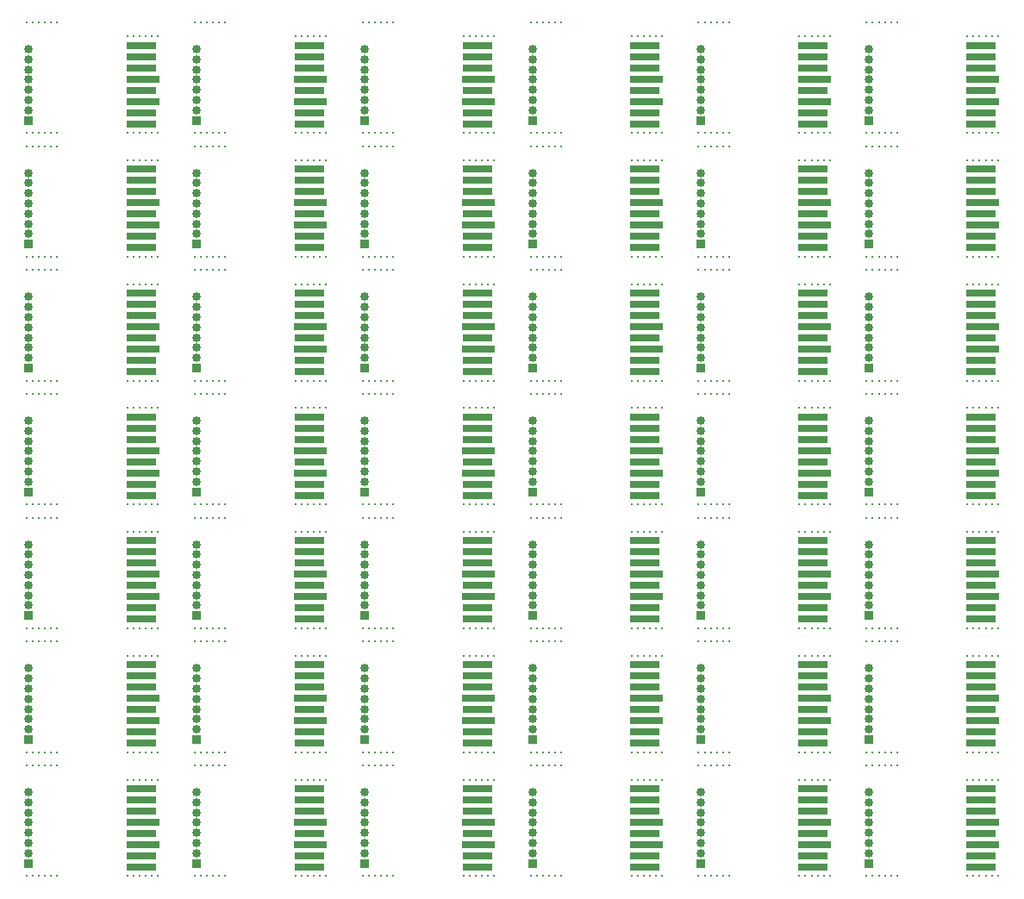
<source format=gts>
%TF.GenerationSoftware,KiCad,Pcbnew,(6.0.2)*%
%TF.CreationDate,2022-02-28T22:32:23+01:00*%
%TF.ProjectId,microsd-breakout-6x7,6d696372-6f73-4642-9d62-7265616b6f75,rev?*%
%TF.SameCoordinates,Original*%
%TF.FileFunction,Soldermask,Top*%
%TF.FilePolarity,Negative*%
%FSLAX46Y46*%
G04 Gerber Fmt 4.6, Leading zero omitted, Abs format (unit mm)*
G04 Created by KiCad (PCBNEW (6.0.2)) date 2022-02-28 22:32:23*
%MOMM*%
%LPD*%
G01*
G04 APERTURE LIST*
%ADD10C,0.300000*%
%ADD11R,0.850000X0.850000*%
%ADD12O,0.850000X0.850000*%
%ADD13R,2.900000X0.800000*%
%ADD14R,3.200000X0.800000*%
G04 APERTURE END LIST*
D10*
%TO.C,REF\u002A\u002A*%
X111400091Y-116259000D03*
%TD*%
%TO.C,REF\u002A\u002A*%
X79000039Y-91929000D03*
%TD*%
%TO.C,REF\u002A\u002A*%
X103000065Y-104089000D03*
%TD*%
%TO.C,REF\u002A\u002A*%
X119500091Y-104089000D03*
%TD*%
%TO.C,REF\u002A\u002A*%
X93100065Y-105391000D03*
%TD*%
%TO.C,REF\u002A\u002A*%
X126100117Y-104089000D03*
%TD*%
%TO.C,REF\u002A\u002A*%
X139000117Y-104089000D03*
%TD*%
%TO.C,REF\u002A\u002A*%
X77800039Y-93231000D03*
%TD*%
%TO.C,REF\u002A\u002A*%
X122500091Y-94621000D03*
%TD*%
%TO.C,REF\u002A\u002A*%
X55899987Y-79759000D03*
%TD*%
D11*
%TO.C,J1*%
X126300117Y-66347830D03*
D12*
X126300117Y-65347830D03*
X126300117Y-64347830D03*
X126300117Y-63347830D03*
X126300117Y-62347830D03*
X126300117Y-61347830D03*
X126300117Y-60347830D03*
X126300117Y-59347830D03*
%TD*%
D10*
%TO.C,REF\u002A\u002A*%
X122500091Y-118951000D03*
%TD*%
%TO.C,REF\u002A\u002A*%
X60700013Y-67599000D03*
%TD*%
%TO.C,REF\u002A\u002A*%
X86500039Y-45961000D03*
%TD*%
%TO.C,REF\u002A\u002A*%
X45399987Y-117561000D03*
%TD*%
%TO.C,REF\u002A\u002A*%
X53499987Y-45961000D03*
%TD*%
%TO.C,REF\u002A\u002A*%
X60700013Y-44571000D03*
%TD*%
%TO.C,REF\u002A\u002A*%
X54699987Y-55429000D03*
%TD*%
%TO.C,REF\u002A\u002A*%
X136600117Y-82451000D03*
%TD*%
%TO.C,REF\u002A\u002A*%
X104800065Y-104089000D03*
%TD*%
%TO.C,REF\u002A\u002A*%
X106000065Y-45961000D03*
%TD*%
%TO.C,REF\u002A\u002A*%
X43599987Y-105391000D03*
%TD*%
%TO.C,REF\u002A\u002A*%
X126700117Y-55429000D03*
%TD*%
%TO.C,REF\u002A\u002A*%
X109600091Y-56731000D03*
%TD*%
%TO.C,REF\u002A\u002A*%
X53499987Y-67599000D03*
%TD*%
%TO.C,REF\u002A\u002A*%
X45999987Y-91929000D03*
%TD*%
%TO.C,REF\u002A\u002A*%
X139000117Y-67599000D03*
%TD*%
%TO.C,REF\u002A\u002A*%
X121900091Y-79759000D03*
%TD*%
%TO.C,REF\u002A\u002A*%
X127300117Y-79759000D03*
%TD*%
%TO.C,REF\u002A\u002A*%
X137800117Y-116259000D03*
%TD*%
D11*
%TO.C,J1*%
X43799987Y-78513062D03*
D12*
X43799987Y-77513062D03*
X43799987Y-76513062D03*
X43799987Y-75513062D03*
X43799987Y-74513062D03*
X43799987Y-73513062D03*
X43799987Y-72513062D03*
X43799987Y-71513062D03*
%TD*%
D10*
%TO.C,REF\u002A\u002A*%
X62500013Y-44571000D03*
%TD*%
%TO.C,REF\u002A\u002A*%
X121900091Y-106781000D03*
%TD*%
%TO.C,REF\u002A\u002A*%
X137200117Y-91929000D03*
%TD*%
%TO.C,REF\u002A\u002A*%
X86500039Y-67599000D03*
%TD*%
%TO.C,REF\u002A\u002A*%
X44799987Y-55429000D03*
%TD*%
%TO.C,REF\u002A\u002A*%
X46599987Y-128419000D03*
%TD*%
%TO.C,REF\u002A\u002A*%
X139000117Y-118951000D03*
%TD*%
%TO.C,REF\u002A\u002A*%
X86500039Y-55429000D03*
%TD*%
%TO.C,REF\u002A\u002A*%
X89500039Y-70291000D03*
%TD*%
%TO.C,REF\u002A\u002A*%
X104800065Y-58121000D03*
%TD*%
%TO.C,REF\u002A\u002A*%
X127900117Y-117561000D03*
%TD*%
%TO.C,REF\u002A\u002A*%
X94300065Y-105391000D03*
%TD*%
D11*
%TO.C,J1*%
X109800091Y-54182598D03*
D12*
X109800091Y-53182598D03*
X109800091Y-52182598D03*
X109800091Y-51182598D03*
X109800091Y-50182598D03*
X109800091Y-49182598D03*
X109800091Y-48182598D03*
X109800091Y-47182598D03*
%TD*%
D10*
%TO.C,REF\u002A\u002A*%
X137200117Y-45961000D03*
%TD*%
%TO.C,REF\u002A\u002A*%
X62500013Y-67599000D03*
%TD*%
%TO.C,REF\u002A\u002A*%
X104800065Y-94621000D03*
%TD*%
%TO.C,REF\u002A\u002A*%
X56499987Y-91929000D03*
%TD*%
%TO.C,REF\u002A\u002A*%
X104200065Y-116259000D03*
%TD*%
%TO.C,REF\u002A\u002A*%
X63100013Y-105391000D03*
%TD*%
%TO.C,REF\u002A\u002A*%
X121300091Y-104089000D03*
%TD*%
%TO.C,REF\u002A\u002A*%
X95500065Y-116259000D03*
%TD*%
%TO.C,REF\u002A\u002A*%
X136600117Y-94621000D03*
%TD*%
%TO.C,REF\u002A\u002A*%
X120100091Y-58121000D03*
%TD*%
%TO.C,REF\u002A\u002A*%
X86500039Y-70291000D03*
%TD*%
%TO.C,REF\u002A\u002A*%
X121300091Y-116259000D03*
%TD*%
D11*
%TO.C,J1*%
X109800091Y-127173990D03*
D12*
X109800091Y-126173990D03*
X109800091Y-125173990D03*
X109800091Y-124173990D03*
X109800091Y-123173990D03*
X109800091Y-122173990D03*
X109800091Y-121173990D03*
X109800091Y-120173990D03*
%TD*%
D10*
%TO.C,REF\u002A\u002A*%
X94900065Y-105391000D03*
%TD*%
D13*
%TO.C,SD1*%
X54849987Y-96593526D03*
X54849987Y-97693526D03*
D14*
X54999987Y-98793526D03*
D13*
X54849987Y-99893526D03*
D14*
X54999987Y-100993526D03*
D13*
X54849987Y-102093526D03*
X54849987Y-103193526D03*
X54849987Y-95493526D03*
%TD*%
D10*
%TO.C,REF\u002A\u002A*%
X122500091Y-106781000D03*
%TD*%
%TO.C,REF\u002A\u002A*%
X129100117Y-55429000D03*
%TD*%
%TO.C,REF\u002A\u002A*%
X89500039Y-79759000D03*
%TD*%
%TO.C,REF\u002A\u002A*%
X61300013Y-104089000D03*
%TD*%
%TO.C,REF\u002A\u002A*%
X73000013Y-55429000D03*
%TD*%
%TO.C,REF\u002A\u002A*%
X93100065Y-128419000D03*
%TD*%
%TO.C,REF\u002A\u002A*%
X94900065Y-67599000D03*
%TD*%
%TO.C,REF\u002A\u002A*%
X111400091Y-68901000D03*
%TD*%
%TO.C,REF\u002A\u002A*%
X86500039Y-118951000D03*
%TD*%
%TO.C,REF\u002A\u002A*%
X136000117Y-67599000D03*
%TD*%
%TO.C,REF\u002A\u002A*%
X77800039Y-117561000D03*
%TD*%
%TO.C,REF\u002A\u002A*%
X54699987Y-70291000D03*
%TD*%
%TO.C,REF\u002A\u002A*%
X70600013Y-55429000D03*
%TD*%
%TO.C,REF\u002A\u002A*%
X104800065Y-45961000D03*
%TD*%
%TO.C,REF\u002A\u002A*%
X126100117Y-91929000D03*
%TD*%
%TO.C,REF\u002A\u002A*%
X111400091Y-56731000D03*
%TD*%
%TO.C,REF\u002A\u002A*%
X93100065Y-81061000D03*
%TD*%
%TO.C,REF\u002A\u002A*%
X136000117Y-55429000D03*
%TD*%
%TO.C,REF\u002A\u002A*%
X60700013Y-68901000D03*
%TD*%
%TO.C,REF\u002A\u002A*%
X77800039Y-56731000D03*
%TD*%
%TO.C,REF\u002A\u002A*%
X95500065Y-67599000D03*
%TD*%
%TO.C,REF\u002A\u002A*%
X54699987Y-45961000D03*
%TD*%
%TO.C,REF\u002A\u002A*%
X105400065Y-79759000D03*
%TD*%
%TO.C,REF\u002A\u002A*%
X44799987Y-68901000D03*
%TD*%
%TO.C,REF\u002A\u002A*%
X55899987Y-106781000D03*
%TD*%
%TO.C,REF\u002A\u002A*%
X112600091Y-68901000D03*
%TD*%
%TO.C,REF\u002A\u002A*%
X56499987Y-118951000D03*
%TD*%
%TO.C,REF\u002A\u002A*%
X61300013Y-44571000D03*
%TD*%
%TO.C,REF\u002A\u002A*%
X77800039Y-128419000D03*
%TD*%
%TO.C,REF\u002A\u002A*%
X53499987Y-70291000D03*
%TD*%
%TO.C,REF\u002A\u002A*%
X111400091Y-67599000D03*
%TD*%
%TO.C,REF\u002A\u002A*%
X109600091Y-79759000D03*
%TD*%
%TO.C,REF\u002A\u002A*%
X56499987Y-79759000D03*
%TD*%
%TO.C,REF\u002A\u002A*%
X139000117Y-58121000D03*
%TD*%
%TO.C,REF\u002A\u002A*%
X73000013Y-82451000D03*
%TD*%
%TO.C,REF\u002A\u002A*%
X78400039Y-81061000D03*
%TD*%
%TO.C,REF\u002A\u002A*%
X79000039Y-116259000D03*
%TD*%
%TO.C,REF\u002A\u002A*%
X70600013Y-91929000D03*
%TD*%
%TO.C,REF\u002A\u002A*%
X137800117Y-82451000D03*
%TD*%
%TO.C,REF\u002A\u002A*%
X112000091Y-104089000D03*
%TD*%
%TO.C,REF\u002A\u002A*%
X76600039Y-116259000D03*
%TD*%
%TO.C,REF\u002A\u002A*%
X129100117Y-116259000D03*
%TD*%
%TO.C,REF\u002A\u002A*%
X77200039Y-105391000D03*
%TD*%
D13*
%TO.C,SD1*%
X137350117Y-47932598D03*
X137350117Y-49032598D03*
D14*
X137500117Y-50132598D03*
D13*
X137350117Y-51232598D03*
D14*
X137500117Y-52332598D03*
D13*
X137350117Y-53432598D03*
X137350117Y-54532598D03*
X137350117Y-46832598D03*
%TD*%
D10*
%TO.C,REF\u002A\u002A*%
X73000013Y-45961000D03*
%TD*%
%TO.C,REF\u002A\u002A*%
X86500039Y-58121000D03*
%TD*%
%TO.C,REF\u002A\u002A*%
X60100013Y-91929000D03*
%TD*%
%TO.C,REF\u002A\u002A*%
X137200117Y-82451000D03*
%TD*%
%TO.C,REF\u002A\u002A*%
X60100013Y-93231000D03*
%TD*%
%TO.C,REF\u002A\u002A*%
X63100013Y-91929000D03*
%TD*%
%TO.C,REF\u002A\u002A*%
X103000065Y-118951000D03*
%TD*%
%TO.C,REF\u002A\u002A*%
X121900091Y-118951000D03*
%TD*%
D13*
%TO.C,SD1*%
X137350117Y-108758758D03*
X137350117Y-109858758D03*
D14*
X137500117Y-110958758D03*
D13*
X137350117Y-112058758D03*
D14*
X137500117Y-113158758D03*
D13*
X137350117Y-114258758D03*
X137350117Y-115358758D03*
X137350117Y-107658758D03*
%TD*%
%TO.C,SD1*%
X120850091Y-96593526D03*
X120850091Y-97693526D03*
D14*
X121000091Y-98793526D03*
D13*
X120850091Y-99893526D03*
D14*
X121000091Y-100993526D03*
D13*
X120850091Y-102093526D03*
X120850091Y-103193526D03*
X120850091Y-95493526D03*
%TD*%
D10*
%TO.C,REF\u002A\u002A*%
X76600039Y-91929000D03*
%TD*%
%TO.C,REF\u002A\u002A*%
X96100065Y-68901000D03*
%TD*%
%TO.C,REF\u002A\u002A*%
X72400013Y-70291000D03*
%TD*%
%TO.C,REF\u002A\u002A*%
X73000013Y-118951000D03*
%TD*%
%TO.C,REF\u002A\u002A*%
X72400013Y-128419000D03*
%TD*%
%TO.C,REF\u002A\u002A*%
X71200013Y-82451000D03*
%TD*%
%TO.C,REF\u002A\u002A*%
X105400065Y-118951000D03*
%TD*%
%TO.C,REF\u002A\u002A*%
X87100039Y-91929000D03*
%TD*%
%TO.C,REF\u002A\u002A*%
X88300039Y-82451000D03*
%TD*%
%TO.C,REF\u002A\u002A*%
X93100065Y-93231000D03*
%TD*%
%TO.C,REF\u002A\u002A*%
X87700039Y-82451000D03*
%TD*%
%TO.C,REF\u002A\u002A*%
X109600091Y-91929000D03*
%TD*%
%TO.C,REF\u002A\u002A*%
X120700091Y-82451000D03*
%TD*%
%TO.C,REF\u002A\u002A*%
X79600039Y-104089000D03*
%TD*%
%TO.C,REF\u002A\u002A*%
X79600039Y-105391000D03*
%TD*%
%TO.C,REF\u002A\u002A*%
X139000117Y-82451000D03*
%TD*%
%TO.C,REF\u002A\u002A*%
X111400091Y-91929000D03*
%TD*%
%TO.C,REF\u002A\u002A*%
X71200013Y-104089000D03*
%TD*%
%TO.C,REF\u002A\u002A*%
X121900091Y-116259000D03*
%TD*%
%TO.C,REF\u002A\u002A*%
X72400013Y-106781000D03*
%TD*%
%TO.C,REF\u002A\u002A*%
X88900039Y-45961000D03*
%TD*%
%TO.C,REF\u002A\u002A*%
X71200013Y-45961000D03*
%TD*%
%TO.C,REF\u002A\u002A*%
X111400091Y-128419000D03*
%TD*%
%TO.C,REF\u002A\u002A*%
X104200065Y-82451000D03*
%TD*%
%TO.C,REF\u002A\u002A*%
X120700091Y-104089000D03*
%TD*%
%TO.C,REF\u002A\u002A*%
X44199987Y-116259000D03*
%TD*%
%TO.C,REF\u002A\u002A*%
X55299987Y-45961000D03*
%TD*%
%TO.C,REF\u002A\u002A*%
X61900013Y-81061000D03*
%TD*%
%TO.C,REF\u002A\u002A*%
X103000065Y-45961000D03*
%TD*%
%TO.C,REF\u002A\u002A*%
X86500039Y-91929000D03*
%TD*%
%TO.C,REF\u002A\u002A*%
X129100117Y-91929000D03*
%TD*%
%TO.C,REF\u002A\u002A*%
X71800013Y-128419000D03*
%TD*%
%TO.C,REF\u002A\u002A*%
X72400013Y-79759000D03*
%TD*%
%TO.C,REF\u002A\u002A*%
X111400091Y-55429000D03*
%TD*%
%TO.C,REF\u002A\u002A*%
X103600065Y-104089000D03*
%TD*%
%TO.C,REF\u002A\u002A*%
X105400065Y-91929000D03*
%TD*%
%TO.C,REF\u002A\u002A*%
X128500117Y-67599000D03*
%TD*%
D13*
%TO.C,SD1*%
X71350013Y-84428294D03*
X71350013Y-85528294D03*
D14*
X71500013Y-86628294D03*
D13*
X71350013Y-87728294D03*
D14*
X71500013Y-88828294D03*
D13*
X71350013Y-89928294D03*
X71350013Y-91028294D03*
X71350013Y-83328294D03*
%TD*%
D10*
%TO.C,REF\u002A\u002A*%
X46599987Y-117561000D03*
%TD*%
%TO.C,REF\u002A\u002A*%
X45399987Y-104089000D03*
%TD*%
%TO.C,REF\u002A\u002A*%
X44799987Y-91929000D03*
%TD*%
%TO.C,REF\u002A\u002A*%
X55899987Y-104089000D03*
%TD*%
%TO.C,REF\u002A\u002A*%
X93100065Y-44571000D03*
%TD*%
%TO.C,REF\u002A\u002A*%
X88900039Y-55429000D03*
%TD*%
%TO.C,REF\u002A\u002A*%
X126100117Y-44571000D03*
%TD*%
%TO.C,REF\u002A\u002A*%
X60700013Y-91929000D03*
%TD*%
%TO.C,REF\u002A\u002A*%
X76600039Y-104089000D03*
%TD*%
%TO.C,REF\u002A\u002A*%
X45399987Y-79759000D03*
%TD*%
%TO.C,REF\u002A\u002A*%
X110800091Y-91929000D03*
%TD*%
%TO.C,REF\u002A\u002A*%
X54099987Y-67599000D03*
%TD*%
%TO.C,REF\u002A\u002A*%
X71800013Y-55429000D03*
%TD*%
%TO.C,REF\u002A\u002A*%
X94900065Y-56731000D03*
%TD*%
%TO.C,REF\u002A\u002A*%
X129100117Y-81061000D03*
%TD*%
%TO.C,REF\u002A\u002A*%
X105400065Y-94621000D03*
%TD*%
%TO.C,REF\u002A\u002A*%
X77200039Y-116259000D03*
%TD*%
%TO.C,REF\u002A\u002A*%
X103000065Y-67599000D03*
%TD*%
%TO.C,REF\u002A\u002A*%
X127900117Y-105391000D03*
%TD*%
%TO.C,REF\u002A\u002A*%
X45999987Y-128419000D03*
%TD*%
%TO.C,REF\u002A\u002A*%
X56499987Y-58121000D03*
%TD*%
%TO.C,REF\u002A\u002A*%
X55299987Y-106781000D03*
%TD*%
%TO.C,REF\u002A\u002A*%
X96100065Y-67599000D03*
%TD*%
%TO.C,REF\u002A\u002A*%
X77800039Y-79759000D03*
%TD*%
%TO.C,REF\u002A\u002A*%
X96100065Y-105391000D03*
%TD*%
D11*
%TO.C,J1*%
X60300013Y-54182598D03*
D12*
X60300013Y-53182598D03*
X60300013Y-52182598D03*
X60300013Y-51182598D03*
X60300013Y-50182598D03*
X60300013Y-49182598D03*
X60300013Y-48182598D03*
X60300013Y-47182598D03*
%TD*%
D10*
%TO.C,REF\u002A\u002A*%
X111400091Y-44571000D03*
%TD*%
%TO.C,REF\u002A\u002A*%
X71200013Y-58121000D03*
%TD*%
%TO.C,REF\u002A\u002A*%
X55299987Y-104089000D03*
%TD*%
%TO.C,REF\u002A\u002A*%
X106000065Y-70291000D03*
%TD*%
%TO.C,REF\u002A\u002A*%
X95500065Y-91929000D03*
%TD*%
%TO.C,REF\u002A\u002A*%
X138400117Y-55429000D03*
%TD*%
%TO.C,REF\u002A\u002A*%
X119500091Y-58121000D03*
%TD*%
%TO.C,REF\u002A\u002A*%
X61300013Y-93231000D03*
%TD*%
%TO.C,REF\u002A\u002A*%
X111400091Y-93231000D03*
%TD*%
%TO.C,REF\u002A\u002A*%
X110200091Y-128419000D03*
%TD*%
%TO.C,REF\u002A\u002A*%
X96100065Y-81061000D03*
%TD*%
%TO.C,REF\u002A\u002A*%
X136000117Y-128419000D03*
%TD*%
%TO.C,REF\u002A\u002A*%
X128500117Y-93231000D03*
%TD*%
%TO.C,REF\u002A\u002A*%
X61300013Y-81061000D03*
%TD*%
%TO.C,REF\u002A\u002A*%
X70000013Y-58121000D03*
%TD*%
%TO.C,REF\u002A\u002A*%
X127900117Y-56731000D03*
%TD*%
%TO.C,REF\u002A\u002A*%
X55299987Y-79759000D03*
%TD*%
%TO.C,REF\u002A\u002A*%
X44799987Y-104089000D03*
%TD*%
%TO.C,REF\u002A\u002A*%
X137800117Y-118951000D03*
%TD*%
%TO.C,REF\u002A\u002A*%
X77200039Y-104089000D03*
%TD*%
%TO.C,REF\u002A\u002A*%
X104800065Y-116259000D03*
%TD*%
%TO.C,REF\u002A\u002A*%
X126700117Y-68901000D03*
%TD*%
%TO.C,REF\u002A\u002A*%
X79000039Y-104089000D03*
%TD*%
%TO.C,REF\u002A\u002A*%
X96100065Y-93231000D03*
%TD*%
%TO.C,REF\u002A\u002A*%
X77800039Y-91929000D03*
%TD*%
%TO.C,REF\u002A\u002A*%
X78400039Y-117561000D03*
%TD*%
%TO.C,REF\u002A\u002A*%
X136000117Y-106781000D03*
%TD*%
%TO.C,REF\u002A\u002A*%
X61900013Y-104089000D03*
%TD*%
%TO.C,REF\u002A\u002A*%
X55299987Y-55429000D03*
%TD*%
%TO.C,REF\u002A\u002A*%
X139000117Y-70291000D03*
%TD*%
%TO.C,REF\u002A\u002A*%
X93100065Y-79759000D03*
%TD*%
%TO.C,REF\u002A\u002A*%
X71800013Y-70291000D03*
%TD*%
%TO.C,REF\u002A\u002A*%
X111400091Y-117561000D03*
%TD*%
%TO.C,REF\u002A\u002A*%
X88300039Y-118951000D03*
%TD*%
%TO.C,REF\u002A\u002A*%
X106000065Y-91929000D03*
%TD*%
%TO.C,REF\u002A\u002A*%
X63100013Y-128419000D03*
%TD*%
%TO.C,REF\u002A\u002A*%
X104200065Y-67599000D03*
%TD*%
%TO.C,REF\u002A\u002A*%
X77200039Y-91929000D03*
%TD*%
%TO.C,REF\u002A\u002A*%
X79000039Y-117561000D03*
%TD*%
%TO.C,REF\u002A\u002A*%
X45999987Y-117561000D03*
%TD*%
%TO.C,REF\u002A\u002A*%
X127300117Y-104089000D03*
%TD*%
%TO.C,REF\u002A\u002A*%
X112000091Y-55429000D03*
%TD*%
%TO.C,REF\u002A\u002A*%
X53499987Y-79759000D03*
%TD*%
%TO.C,REF\u002A\u002A*%
X89500039Y-55429000D03*
%TD*%
%TO.C,REF\u002A\u002A*%
X73000013Y-70291000D03*
%TD*%
%TO.C,REF\u002A\u002A*%
X122500091Y-128419000D03*
%TD*%
%TO.C,REF\u002A\u002A*%
X127300117Y-116259000D03*
%TD*%
%TO.C,REF\u002A\u002A*%
X110200091Y-81061000D03*
%TD*%
%TO.C,REF\u002A\u002A*%
X137800117Y-70291000D03*
%TD*%
%TO.C,REF\u002A\u002A*%
X119500091Y-79759000D03*
%TD*%
%TO.C,REF\u002A\u002A*%
X103600065Y-55429000D03*
%TD*%
%TO.C,REF\u002A\u002A*%
X71200013Y-55429000D03*
%TD*%
%TO.C,REF\u002A\u002A*%
X53499987Y-116259000D03*
%TD*%
%TO.C,REF\u002A\u002A*%
X129100117Y-44571000D03*
%TD*%
%TO.C,REF\u002A\u002A*%
X54099987Y-94621000D03*
%TD*%
%TO.C,REF\u002A\u002A*%
X106000065Y-67599000D03*
%TD*%
%TO.C,REF\u002A\u002A*%
X70000013Y-91929000D03*
%TD*%
%TO.C,REF\u002A\u002A*%
X43599987Y-116259000D03*
%TD*%
%TO.C,REF\u002A\u002A*%
X121300091Y-94621000D03*
%TD*%
%TO.C,REF\u002A\u002A*%
X46599987Y-81061000D03*
%TD*%
%TO.C,REF\u002A\u002A*%
X96100065Y-91929000D03*
%TD*%
%TO.C,REF\u002A\u002A*%
X46599987Y-93231000D03*
%TD*%
%TO.C,REF\u002A\u002A*%
X77800039Y-44571000D03*
%TD*%
%TO.C,REF\u002A\u002A*%
X104200065Y-94621000D03*
%TD*%
%TO.C,REF\u002A\u002A*%
X103000065Y-55429000D03*
%TD*%
D11*
%TO.C,J1*%
X109800091Y-66347830D03*
D12*
X109800091Y-65347830D03*
X109800091Y-64347830D03*
X109800091Y-63347830D03*
X109800091Y-62347830D03*
X109800091Y-61347830D03*
X109800091Y-60347830D03*
X109800091Y-59347830D03*
%TD*%
D10*
%TO.C,REF\u002A\u002A*%
X61300013Y-68901000D03*
%TD*%
%TO.C,REF\u002A\u002A*%
X121300091Y-106781000D03*
%TD*%
%TO.C,REF\u002A\u002A*%
X127300117Y-81061000D03*
%TD*%
%TO.C,REF\u002A\u002A*%
X94900065Y-128419000D03*
%TD*%
%TO.C,REF\u002A\u002A*%
X121900091Y-70291000D03*
%TD*%
D13*
%TO.C,SD1*%
X104350065Y-120923990D03*
X104350065Y-122023990D03*
D14*
X104500065Y-123123990D03*
D13*
X104350065Y-124223990D03*
D14*
X104500065Y-125323990D03*
D13*
X104350065Y-126423990D03*
X104350065Y-127523990D03*
X104350065Y-119823990D03*
%TD*%
D10*
%TO.C,REF\u002A\u002A*%
X60700013Y-79759000D03*
%TD*%
%TO.C,REF\u002A\u002A*%
X56499987Y-116259000D03*
%TD*%
%TO.C,REF\u002A\u002A*%
X120100091Y-91929000D03*
%TD*%
%TO.C,REF\u002A\u002A*%
X110800091Y-56731000D03*
%TD*%
%TO.C,REF\u002A\u002A*%
X87100039Y-58121000D03*
%TD*%
%TO.C,REF\u002A\u002A*%
X126700117Y-105391000D03*
%TD*%
%TO.C,REF\u002A\u002A*%
X79600039Y-68901000D03*
%TD*%
%TO.C,REF\u002A\u002A*%
X127300117Y-93231000D03*
%TD*%
%TO.C,REF\u002A\u002A*%
X70000013Y-45961000D03*
%TD*%
%TO.C,REF\u002A\u002A*%
X79000039Y-56731000D03*
%TD*%
%TO.C,REF\u002A\u002A*%
X43599987Y-67599000D03*
%TD*%
%TO.C,REF\u002A\u002A*%
X63100013Y-67599000D03*
%TD*%
%TO.C,REF\u002A\u002A*%
X127900117Y-81061000D03*
%TD*%
%TO.C,REF\u002A\u002A*%
X139000117Y-79759000D03*
%TD*%
%TO.C,REF\u002A\u002A*%
X77800039Y-116259000D03*
%TD*%
%TO.C,REF\u002A\u002A*%
X44799987Y-117561000D03*
%TD*%
%TO.C,REF\u002A\u002A*%
X126100117Y-55429000D03*
%TD*%
D11*
%TO.C,J1*%
X93300065Y-115008758D03*
D12*
X93300065Y-114008758D03*
X93300065Y-113008758D03*
X93300065Y-112008758D03*
X93300065Y-111008758D03*
X93300065Y-110008758D03*
X93300065Y-109008758D03*
X93300065Y-108008758D03*
%TD*%
D10*
%TO.C,REF\u002A\u002A*%
X88300039Y-67599000D03*
%TD*%
%TO.C,REF\u002A\u002A*%
X79000039Y-68901000D03*
%TD*%
%TO.C,REF\u002A\u002A*%
X121900091Y-67599000D03*
%TD*%
%TO.C,REF\u002A\u002A*%
X88900039Y-118951000D03*
%TD*%
%TO.C,REF\u002A\u002A*%
X105400065Y-58121000D03*
%TD*%
%TO.C,REF\u002A\u002A*%
X77200039Y-117561000D03*
%TD*%
D11*
%TO.C,J1*%
X43799987Y-127173990D03*
D12*
X43799987Y-126173990D03*
X43799987Y-125173990D03*
X43799987Y-124173990D03*
X43799987Y-123173990D03*
X43799987Y-122173990D03*
X43799987Y-121173990D03*
X43799987Y-120173990D03*
%TD*%
D10*
%TO.C,REF\u002A\u002A*%
X137800117Y-79759000D03*
%TD*%
%TO.C,REF\u002A\u002A*%
X96100065Y-55429000D03*
%TD*%
%TO.C,REF\u002A\u002A*%
X79600039Y-116259000D03*
%TD*%
D13*
%TO.C,SD1*%
X137350117Y-72263062D03*
X137350117Y-73363062D03*
D14*
X137500117Y-74463062D03*
D13*
X137350117Y-75563062D03*
D14*
X137500117Y-76663062D03*
D13*
X137350117Y-77763062D03*
X137350117Y-78863062D03*
X137350117Y-71163062D03*
%TD*%
D10*
%TO.C,REF\u002A\u002A*%
X126700117Y-104089000D03*
%TD*%
%TO.C,REF\u002A\u002A*%
X136000117Y-116259000D03*
%TD*%
%TO.C,REF\u002A\u002A*%
X120700091Y-118951000D03*
%TD*%
%TO.C,REF\u002A\u002A*%
X61900013Y-93231000D03*
%TD*%
D11*
%TO.C,J1*%
X43799987Y-66347830D03*
D12*
X43799987Y-65347830D03*
X43799987Y-64347830D03*
X43799987Y-63347830D03*
X43799987Y-62347830D03*
X43799987Y-61347830D03*
X43799987Y-60347830D03*
X43799987Y-59347830D03*
%TD*%
D10*
%TO.C,REF\u002A\u002A*%
X55899987Y-67599000D03*
%TD*%
%TO.C,REF\u002A\u002A*%
X139000117Y-55429000D03*
%TD*%
%TO.C,REF\u002A\u002A*%
X110200091Y-44571000D03*
%TD*%
%TO.C,REF\u002A\u002A*%
X110800091Y-105391000D03*
%TD*%
D13*
%TO.C,SD1*%
X120850091Y-84428294D03*
X120850091Y-85528294D03*
D14*
X121000091Y-86628294D03*
D13*
X120850091Y-87728294D03*
D14*
X121000091Y-88828294D03*
D13*
X120850091Y-89928294D03*
X120850091Y-91028294D03*
X120850091Y-83328294D03*
%TD*%
D10*
%TO.C,REF\u002A\u002A*%
X78400039Y-128419000D03*
%TD*%
D13*
%TO.C,SD1*%
X104350065Y-60097830D03*
X104350065Y-61197830D03*
D14*
X104500065Y-62297830D03*
D13*
X104350065Y-63397830D03*
D14*
X104500065Y-64497830D03*
D13*
X104350065Y-65597830D03*
X104350065Y-66697830D03*
X104350065Y-58997830D03*
%TD*%
D10*
%TO.C,REF\u002A\u002A*%
X104800065Y-55429000D03*
%TD*%
%TO.C,REF\u002A\u002A*%
X88300039Y-55429000D03*
%TD*%
%TO.C,REF\u002A\u002A*%
X88300039Y-116259000D03*
%TD*%
%TO.C,REF\u002A\u002A*%
X127300117Y-55429000D03*
%TD*%
D13*
%TO.C,SD1*%
X87850039Y-47932598D03*
X87850039Y-49032598D03*
D14*
X88000039Y-50132598D03*
D13*
X87850039Y-51232598D03*
D14*
X88000039Y-52332598D03*
D13*
X87850039Y-53432598D03*
X87850039Y-54532598D03*
X87850039Y-46832598D03*
%TD*%
D10*
%TO.C,REF\u002A\u002A*%
X53499987Y-106781000D03*
%TD*%
%TO.C,REF\u002A\u002A*%
X55299987Y-70291000D03*
%TD*%
%TO.C,REF\u002A\u002A*%
X109600091Y-81061000D03*
%TD*%
%TO.C,REF\u002A\u002A*%
X138400117Y-116259000D03*
%TD*%
%TO.C,REF\u002A\u002A*%
X76600039Y-68901000D03*
%TD*%
%TO.C,REF\u002A\u002A*%
X110800091Y-128419000D03*
%TD*%
%TO.C,REF\u002A\u002A*%
X93700065Y-104089000D03*
%TD*%
%TO.C,REF\u002A\u002A*%
X79600039Y-93231000D03*
%TD*%
%TO.C,REF\u002A\u002A*%
X73000013Y-67599000D03*
%TD*%
%TO.C,REF\u002A\u002A*%
X54099987Y-45961000D03*
%TD*%
%TO.C,REF\u002A\u002A*%
X136000117Y-91929000D03*
%TD*%
%TO.C,REF\u002A\u002A*%
X54699987Y-79759000D03*
%TD*%
%TO.C,REF\u002A\u002A*%
X43599987Y-91929000D03*
%TD*%
%TO.C,REF\u002A\u002A*%
X103600065Y-45961000D03*
%TD*%
%TO.C,REF\u002A\u002A*%
X87700039Y-45961000D03*
%TD*%
%TO.C,REF\u002A\u002A*%
X93700065Y-93231000D03*
%TD*%
%TO.C,REF\u002A\u002A*%
X76600039Y-79759000D03*
%TD*%
%TO.C,REF\u002A\u002A*%
X105400065Y-82451000D03*
%TD*%
%TO.C,REF\u002A\u002A*%
X136600117Y-118951000D03*
%TD*%
%TO.C,REF\u002A\u002A*%
X105400065Y-104089000D03*
%TD*%
%TO.C,REF\u002A\u002A*%
X87100039Y-116259000D03*
%TD*%
%TO.C,REF\u002A\u002A*%
X128500117Y-91929000D03*
%TD*%
%TO.C,REF\u002A\u002A*%
X137800117Y-104089000D03*
%TD*%
%TO.C,REF\u002A\u002A*%
X61300013Y-117561000D03*
%TD*%
%TO.C,REF\u002A\u002A*%
X127900117Y-128419000D03*
%TD*%
D11*
%TO.C,J1*%
X126300117Y-127173990D03*
D12*
X126300117Y-126173990D03*
X126300117Y-125173990D03*
X126300117Y-124173990D03*
X126300117Y-123173990D03*
X126300117Y-122173990D03*
X126300117Y-121173990D03*
X126300117Y-120173990D03*
%TD*%
D10*
%TO.C,REF\u002A\u002A*%
X137200117Y-58121000D03*
%TD*%
D13*
%TO.C,SD1*%
X137350117Y-120923990D03*
X137350117Y-122023990D03*
D14*
X137500117Y-123123990D03*
D13*
X137350117Y-124223990D03*
D14*
X137500117Y-125323990D03*
D13*
X137350117Y-126423990D03*
X137350117Y-127523990D03*
X137350117Y-119823990D03*
%TD*%
D10*
%TO.C,REF\u002A\u002A*%
X103000065Y-128419000D03*
%TD*%
%TO.C,REF\u002A\u002A*%
X128500117Y-105391000D03*
%TD*%
%TO.C,REF\u002A\u002A*%
X112600091Y-81061000D03*
%TD*%
%TO.C,REF\u002A\u002A*%
X46599987Y-44571000D03*
%TD*%
%TO.C,REF\u002A\u002A*%
X128500117Y-104089000D03*
%TD*%
%TO.C,REF\u002A\u002A*%
X109600091Y-104089000D03*
%TD*%
%TO.C,REF\u002A\u002A*%
X79000039Y-128419000D03*
%TD*%
%TO.C,REF\u002A\u002A*%
X44199987Y-128419000D03*
%TD*%
%TO.C,REF\u002A\u002A*%
X110800091Y-55429000D03*
%TD*%
D11*
%TO.C,J1*%
X43799987Y-90678294D03*
D12*
X43799987Y-89678294D03*
X43799987Y-88678294D03*
X43799987Y-87678294D03*
X43799987Y-86678294D03*
X43799987Y-85678294D03*
X43799987Y-84678294D03*
X43799987Y-83678294D03*
%TD*%
D10*
%TO.C,REF\u002A\u002A*%
X77200039Y-55429000D03*
%TD*%
%TO.C,REF\u002A\u002A*%
X77800039Y-67599000D03*
%TD*%
%TO.C,REF\u002A\u002A*%
X94900065Y-55429000D03*
%TD*%
%TO.C,REF\u002A\u002A*%
X78400039Y-44571000D03*
%TD*%
%TO.C,REF\u002A\u002A*%
X44799987Y-105391000D03*
%TD*%
%TO.C,REF\u002A\u002A*%
X139000117Y-106781000D03*
%TD*%
D11*
%TO.C,J1*%
X126300117Y-78513062D03*
D12*
X126300117Y-77513062D03*
X126300117Y-76513062D03*
X126300117Y-75513062D03*
X126300117Y-74513062D03*
X126300117Y-73513062D03*
X126300117Y-72513062D03*
X126300117Y-71513062D03*
%TD*%
D10*
%TO.C,REF\u002A\u002A*%
X119500091Y-45961000D03*
%TD*%
%TO.C,REF\u002A\u002A*%
X129100117Y-104089000D03*
%TD*%
%TO.C,REF\u002A\u002A*%
X110800091Y-104089000D03*
%TD*%
%TO.C,REF\u002A\u002A*%
X95500065Y-68901000D03*
%TD*%
%TO.C,REF\u002A\u002A*%
X77800039Y-104089000D03*
%TD*%
%TO.C,REF\u002A\u002A*%
X56499987Y-106781000D03*
%TD*%
%TO.C,REF\u002A\u002A*%
X95500065Y-81061000D03*
%TD*%
%TO.C,REF\u002A\u002A*%
X61900013Y-116259000D03*
%TD*%
%TO.C,REF\u002A\u002A*%
X94900065Y-104089000D03*
%TD*%
D11*
%TO.C,J1*%
X76800039Y-78513062D03*
D12*
X76800039Y-77513062D03*
X76800039Y-76513062D03*
X76800039Y-75513062D03*
X76800039Y-74513062D03*
X76800039Y-73513062D03*
X76800039Y-72513062D03*
X76800039Y-71513062D03*
%TD*%
D10*
%TO.C,REF\u002A\u002A*%
X87100039Y-79759000D03*
%TD*%
%TO.C,REF\u002A\u002A*%
X112000091Y-67599000D03*
%TD*%
%TO.C,REF\u002A\u002A*%
X43599987Y-81061000D03*
%TD*%
%TO.C,REF\u002A\u002A*%
X77200039Y-79759000D03*
%TD*%
%TO.C,REF\u002A\u002A*%
X62500013Y-56731000D03*
%TD*%
%TO.C,REF\u002A\u002A*%
X129100117Y-67599000D03*
%TD*%
%TO.C,REF\u002A\u002A*%
X126100117Y-79759000D03*
%TD*%
%TO.C,REF\u002A\u002A*%
X112000091Y-117561000D03*
%TD*%
%TO.C,REF\u002A\u002A*%
X60100013Y-105391000D03*
%TD*%
D11*
%TO.C,J1*%
X93300065Y-78513062D03*
D12*
X93300065Y-77513062D03*
X93300065Y-76513062D03*
X93300065Y-75513062D03*
X93300065Y-74513062D03*
X93300065Y-73513062D03*
X93300065Y-72513062D03*
X93300065Y-71513062D03*
%TD*%
D10*
%TO.C,REF\u002A\u002A*%
X53499987Y-91929000D03*
%TD*%
%TO.C,REF\u002A\u002A*%
X121300091Y-67599000D03*
%TD*%
%TO.C,REF\u002A\u002A*%
X86500039Y-94621000D03*
%TD*%
%TO.C,REF\u002A\u002A*%
X73000013Y-106781000D03*
%TD*%
%TO.C,REF\u002A\u002A*%
X112600091Y-116259000D03*
%TD*%
%TO.C,REF\u002A\u002A*%
X104200065Y-118951000D03*
%TD*%
%TO.C,REF\u002A\u002A*%
X106000065Y-79759000D03*
%TD*%
%TO.C,REF\u002A\u002A*%
X103600065Y-79759000D03*
%TD*%
%TO.C,REF\u002A\u002A*%
X112600091Y-117561000D03*
%TD*%
%TO.C,REF\u002A\u002A*%
X104200065Y-104089000D03*
%TD*%
%TO.C,REF\u002A\u002A*%
X46599987Y-104089000D03*
%TD*%
%TO.C,REF\u002A\u002A*%
X71200013Y-128419000D03*
%TD*%
%TO.C,REF\u002A\u002A*%
X89500039Y-91929000D03*
%TD*%
%TO.C,REF\u002A\u002A*%
X79000039Y-105391000D03*
%TD*%
D11*
%TO.C,J1*%
X126300117Y-102843526D03*
D12*
X126300117Y-101843526D03*
X126300117Y-100843526D03*
X126300117Y-99843526D03*
X126300117Y-98843526D03*
X126300117Y-97843526D03*
X126300117Y-96843526D03*
X126300117Y-95843526D03*
%TD*%
D10*
%TO.C,REF\u002A\u002A*%
X79600039Y-55429000D03*
%TD*%
%TO.C,REF\u002A\u002A*%
X44199987Y-93231000D03*
%TD*%
%TO.C,REF\u002A\u002A*%
X45399987Y-93231000D03*
%TD*%
%TO.C,REF\u002A\u002A*%
X43599987Y-79759000D03*
%TD*%
%TO.C,REF\u002A\u002A*%
X79000039Y-55429000D03*
%TD*%
%TO.C,REF\u002A\u002A*%
X96100065Y-128419000D03*
%TD*%
%TO.C,REF\u002A\u002A*%
X62500013Y-55429000D03*
%TD*%
%TO.C,REF\u002A\u002A*%
X79600039Y-67599000D03*
%TD*%
%TO.C,REF\u002A\u002A*%
X60100013Y-79759000D03*
%TD*%
%TO.C,REF\u002A\u002A*%
X120100091Y-104089000D03*
%TD*%
%TO.C,REF\u002A\u002A*%
X55299987Y-116259000D03*
%TD*%
D11*
%TO.C,J1*%
X93300065Y-66347830D03*
D12*
X93300065Y-65347830D03*
X93300065Y-64347830D03*
X93300065Y-63347830D03*
X93300065Y-62347830D03*
X93300065Y-61347830D03*
X93300065Y-60347830D03*
X93300065Y-59347830D03*
%TD*%
D10*
%TO.C,REF\u002A\u002A*%
X106000065Y-58121000D03*
%TD*%
D11*
%TO.C,J1*%
X93300065Y-102843526D03*
D12*
X93300065Y-101843526D03*
X93300065Y-100843526D03*
X93300065Y-99843526D03*
X93300065Y-98843526D03*
X93300065Y-97843526D03*
X93300065Y-96843526D03*
X93300065Y-95843526D03*
%TD*%
D10*
%TO.C,REF\u002A\u002A*%
X111400091Y-104089000D03*
%TD*%
%TO.C,REF\u002A\u002A*%
X110800091Y-117561000D03*
%TD*%
%TO.C,REF\u002A\u002A*%
X61900013Y-68901000D03*
%TD*%
%TO.C,REF\u002A\u002A*%
X127900117Y-55429000D03*
%TD*%
%TO.C,REF\u002A\u002A*%
X128500117Y-81061000D03*
%TD*%
%TO.C,REF\u002A\u002A*%
X104200065Y-91929000D03*
%TD*%
%TO.C,REF\u002A\u002A*%
X139000117Y-91929000D03*
%TD*%
%TO.C,REF\u002A\u002A*%
X120100091Y-55429000D03*
%TD*%
%TO.C,REF\u002A\u002A*%
X86500039Y-104089000D03*
%TD*%
%TO.C,REF\u002A\u002A*%
X55899987Y-82451000D03*
%TD*%
%TO.C,REF\u002A\u002A*%
X54699987Y-106781000D03*
%TD*%
%TO.C,REF\u002A\u002A*%
X88900039Y-104089000D03*
%TD*%
%TO.C,REF\u002A\u002A*%
X138400117Y-45961000D03*
%TD*%
%TO.C,REF\u002A\u002A*%
X54099987Y-91929000D03*
%TD*%
%TO.C,REF\u002A\u002A*%
X63100013Y-117561000D03*
%TD*%
%TO.C,REF\u002A\u002A*%
X104200065Y-45961000D03*
%TD*%
%TO.C,REF\u002A\u002A*%
X61900013Y-91929000D03*
%TD*%
%TO.C,REF\u002A\u002A*%
X103000065Y-58121000D03*
%TD*%
D11*
%TO.C,J1*%
X60300013Y-115008758D03*
D12*
X60300013Y-114008758D03*
X60300013Y-113008758D03*
X60300013Y-112008758D03*
X60300013Y-111008758D03*
X60300013Y-110008758D03*
X60300013Y-109008758D03*
X60300013Y-108008758D03*
%TD*%
D10*
%TO.C,REF\u002A\u002A*%
X53499987Y-104089000D03*
%TD*%
%TO.C,REF\u002A\u002A*%
X88300039Y-94621000D03*
%TD*%
%TO.C,REF\u002A\u002A*%
X93700065Y-116259000D03*
%TD*%
%TO.C,REF\u002A\u002A*%
X70000013Y-104089000D03*
%TD*%
%TO.C,REF\u002A\u002A*%
X109600091Y-68901000D03*
%TD*%
D11*
%TO.C,J1*%
X60300013Y-102843526D03*
D12*
X60300013Y-101843526D03*
X60300013Y-100843526D03*
X60300013Y-99843526D03*
X60300013Y-98843526D03*
X60300013Y-97843526D03*
X60300013Y-96843526D03*
X60300013Y-95843526D03*
%TD*%
D10*
%TO.C,REF\u002A\u002A*%
X63100013Y-81061000D03*
%TD*%
%TO.C,REF\u002A\u002A*%
X88300039Y-70291000D03*
%TD*%
D13*
%TO.C,SD1*%
X87850039Y-84428294D03*
X87850039Y-85528294D03*
D14*
X88000039Y-86628294D03*
D13*
X87850039Y-87728294D03*
D14*
X88000039Y-88828294D03*
D13*
X87850039Y-89928294D03*
X87850039Y-91028294D03*
X87850039Y-83328294D03*
%TD*%
D10*
%TO.C,REF\u002A\u002A*%
X109600091Y-93231000D03*
%TD*%
D11*
%TO.C,J1*%
X126300117Y-90678294D03*
D12*
X126300117Y-89678294D03*
X126300117Y-88678294D03*
X126300117Y-87678294D03*
X126300117Y-86678294D03*
X126300117Y-85678294D03*
X126300117Y-84678294D03*
X126300117Y-83678294D03*
%TD*%
D10*
%TO.C,REF\u002A\u002A*%
X93700065Y-68901000D03*
%TD*%
%TO.C,REF\u002A\u002A*%
X45999987Y-104089000D03*
%TD*%
%TO.C,REF\u002A\u002A*%
X112600091Y-44571000D03*
%TD*%
D13*
%TO.C,SD1*%
X54849987Y-120923990D03*
X54849987Y-122023990D03*
D14*
X54999987Y-123123990D03*
D13*
X54849987Y-124223990D03*
D14*
X54999987Y-125323990D03*
D13*
X54849987Y-126423990D03*
X54849987Y-127523990D03*
X54849987Y-119823990D03*
%TD*%
D10*
%TO.C,REF\u002A\u002A*%
X88900039Y-67599000D03*
%TD*%
D11*
%TO.C,J1*%
X76800039Y-127173990D03*
D12*
X76800039Y-126173990D03*
X76800039Y-125173990D03*
X76800039Y-124173990D03*
X76800039Y-123173990D03*
X76800039Y-122173990D03*
X76800039Y-121173990D03*
X76800039Y-120173990D03*
%TD*%
D10*
%TO.C,REF\u002A\u002A*%
X126100117Y-67599000D03*
%TD*%
%TO.C,REF\u002A\u002A*%
X61300013Y-56731000D03*
%TD*%
%TO.C,REF\u002A\u002A*%
X104800065Y-118951000D03*
%TD*%
%TO.C,REF\u002A\u002A*%
X137200117Y-94621000D03*
%TD*%
%TO.C,REF\u002A\u002A*%
X45999987Y-56731000D03*
%TD*%
D13*
%TO.C,SD1*%
X71350013Y-72263062D03*
X71350013Y-73363062D03*
D14*
X71500013Y-74463062D03*
D13*
X71350013Y-75563062D03*
D14*
X71500013Y-76663062D03*
D13*
X71350013Y-77763062D03*
X71350013Y-78863062D03*
X71350013Y-71163062D03*
%TD*%
D10*
%TO.C,REF\u002A\u002A*%
X87100039Y-82451000D03*
%TD*%
D13*
%TO.C,SD1*%
X54849987Y-108758758D03*
X54849987Y-109858758D03*
D14*
X54999987Y-110958758D03*
D13*
X54849987Y-112058758D03*
D14*
X54999987Y-113158758D03*
D13*
X54849987Y-114258758D03*
X54849987Y-115358758D03*
X54849987Y-107658758D03*
%TD*%
D11*
%TO.C,J1*%
X109800091Y-115008758D03*
D12*
X109800091Y-114008758D03*
X109800091Y-113008758D03*
X109800091Y-112008758D03*
X109800091Y-111008758D03*
X109800091Y-110008758D03*
X109800091Y-109008758D03*
X109800091Y-108008758D03*
%TD*%
D10*
%TO.C,REF\u002A\u002A*%
X106000065Y-118951000D03*
%TD*%
%TO.C,REF\u002A\u002A*%
X122500091Y-104089000D03*
%TD*%
%TO.C,REF\u002A\u002A*%
X78400039Y-116259000D03*
%TD*%
%TO.C,REF\u002A\u002A*%
X44199987Y-68901000D03*
%TD*%
%TO.C,REF\u002A\u002A*%
X128500117Y-79759000D03*
%TD*%
%TO.C,REF\u002A\u002A*%
X70000013Y-94621000D03*
%TD*%
%TO.C,REF\u002A\u002A*%
X87700039Y-106781000D03*
%TD*%
%TO.C,REF\u002A\u002A*%
X119500091Y-106781000D03*
%TD*%
%TO.C,REF\u002A\u002A*%
X71200013Y-118951000D03*
%TD*%
%TO.C,REF\u002A\u002A*%
X72400013Y-116259000D03*
%TD*%
%TO.C,REF\u002A\u002A*%
X87100039Y-67599000D03*
%TD*%
%TO.C,REF\u002A\u002A*%
X62500013Y-93231000D03*
%TD*%
%TO.C,REF\u002A\u002A*%
X60700013Y-104089000D03*
%TD*%
%TO.C,REF\u002A\u002A*%
X122500091Y-70291000D03*
%TD*%
%TO.C,REF\u002A\u002A*%
X93100065Y-68901000D03*
%TD*%
%TO.C,REF\u002A\u002A*%
X122500091Y-55429000D03*
%TD*%
%TO.C,REF\u002A\u002A*%
X79000039Y-79759000D03*
%TD*%
%TO.C,REF\u002A\u002A*%
X136000117Y-118951000D03*
%TD*%
%TO.C,REF\u002A\u002A*%
X109600091Y-67599000D03*
%TD*%
%TO.C,REF\u002A\u002A*%
X86500039Y-128419000D03*
%TD*%
%TO.C,REF\u002A\u002A*%
X96100065Y-104089000D03*
%TD*%
%TO.C,REF\u002A\u002A*%
X96100065Y-116259000D03*
%TD*%
%TO.C,REF\u002A\u002A*%
X106000065Y-104089000D03*
%TD*%
%TO.C,REF\u002A\u002A*%
X136000117Y-70291000D03*
%TD*%
%TO.C,REF\u002A\u002A*%
X137200117Y-106781000D03*
%TD*%
%TO.C,REF\u002A\u002A*%
X136600117Y-116259000D03*
%TD*%
%TO.C,REF\u002A\u002A*%
X94900065Y-44571000D03*
%TD*%
D13*
%TO.C,SD1*%
X54849987Y-72263062D03*
X54849987Y-73363062D03*
D14*
X54999987Y-74463062D03*
D13*
X54849987Y-75563062D03*
D14*
X54999987Y-76663062D03*
D13*
X54849987Y-77763062D03*
X54849987Y-78863062D03*
X54849987Y-71163062D03*
%TD*%
D10*
%TO.C,REF\u002A\u002A*%
X136600117Y-58121000D03*
%TD*%
%TO.C,REF\u002A\u002A*%
X88300039Y-58121000D03*
%TD*%
%TO.C,REF\u002A\u002A*%
X127300117Y-67599000D03*
%TD*%
%TO.C,REF\u002A\u002A*%
X138400117Y-94621000D03*
%TD*%
%TO.C,REF\u002A\u002A*%
X55299987Y-118951000D03*
%TD*%
%TO.C,REF\u002A\u002A*%
X79600039Y-117561000D03*
%TD*%
%TO.C,REF\u002A\u002A*%
X119500091Y-94621000D03*
%TD*%
%TO.C,REF\u002A\u002A*%
X46599987Y-55429000D03*
%TD*%
%TO.C,REF\u002A\u002A*%
X137800117Y-94621000D03*
%TD*%
%TO.C,REF\u002A\u002A*%
X106000065Y-82451000D03*
%TD*%
%TO.C,REF\u002A\u002A*%
X112600091Y-79759000D03*
%TD*%
%TO.C,REF\u002A\u002A*%
X88900039Y-58121000D03*
%TD*%
%TO.C,REF\u002A\u002A*%
X45999987Y-55429000D03*
%TD*%
%TO.C,REF\u002A\u002A*%
X45999987Y-81061000D03*
%TD*%
%TO.C,REF\u002A\u002A*%
X44799987Y-93231000D03*
%TD*%
%TO.C,REF\u002A\u002A*%
X138400117Y-67599000D03*
%TD*%
%TO.C,REF\u002A\u002A*%
X110200091Y-104089000D03*
%TD*%
%TO.C,REF\u002A\u002A*%
X62500013Y-68901000D03*
%TD*%
%TO.C,REF\u002A\u002A*%
X79600039Y-56731000D03*
%TD*%
%TO.C,REF\u002A\u002A*%
X56499987Y-55429000D03*
%TD*%
%TO.C,REF\u002A\u002A*%
X55899987Y-45961000D03*
%TD*%
%TO.C,REF\u002A\u002A*%
X109600091Y-105391000D03*
%TD*%
%TO.C,REF\u002A\u002A*%
X70000013Y-70291000D03*
%TD*%
%TO.C,REF\u002A\u002A*%
X129100117Y-56731000D03*
%TD*%
%TO.C,REF\u002A\u002A*%
X89500039Y-128419000D03*
%TD*%
%TO.C,REF\u002A\u002A*%
X105400065Y-116259000D03*
%TD*%
%TO.C,REF\u002A\u002A*%
X127900117Y-68901000D03*
%TD*%
%TO.C,REF\u002A\u002A*%
X79600039Y-44571000D03*
%TD*%
%TO.C,REF\u002A\u002A*%
X60100013Y-55429000D03*
%TD*%
%TO.C,REF\u002A\u002A*%
X70600013Y-82451000D03*
%TD*%
%TO.C,REF\u002A\u002A*%
X94900065Y-117561000D03*
%TD*%
%TO.C,REF\u002A\u002A*%
X121300091Y-55429000D03*
%TD*%
%TO.C,REF\u002A\u002A*%
X126700117Y-116259000D03*
%TD*%
%TO.C,REF\u002A\u002A*%
X44199987Y-104089000D03*
%TD*%
D13*
%TO.C,SD1*%
X87850039Y-120923990D03*
X87850039Y-122023990D03*
D14*
X88000039Y-123123990D03*
D13*
X87850039Y-124223990D03*
D14*
X88000039Y-125323990D03*
D13*
X87850039Y-126423990D03*
X87850039Y-127523990D03*
X87850039Y-119823990D03*
%TD*%
D10*
%TO.C,REF\u002A\u002A*%
X93100065Y-104089000D03*
%TD*%
%TO.C,REF\u002A\u002A*%
X62500013Y-81061000D03*
%TD*%
%TO.C,REF\u002A\u002A*%
X78400039Y-79759000D03*
%TD*%
%TO.C,REF\u002A\u002A*%
X78400039Y-56731000D03*
%TD*%
%TO.C,REF\u002A\u002A*%
X109600091Y-128419000D03*
%TD*%
D13*
%TO.C,SD1*%
X120850091Y-120923990D03*
X120850091Y-122023990D03*
D14*
X121000091Y-123123990D03*
D13*
X120850091Y-124223990D03*
D14*
X121000091Y-125323990D03*
D13*
X120850091Y-126423990D03*
X120850091Y-127523990D03*
X120850091Y-119823990D03*
%TD*%
D10*
%TO.C,REF\u002A\u002A*%
X54099987Y-128419000D03*
%TD*%
%TO.C,REF\u002A\u002A*%
X43599987Y-117561000D03*
%TD*%
%TO.C,REF\u002A\u002A*%
X45999987Y-116259000D03*
%TD*%
%TO.C,REF\u002A\u002A*%
X88300039Y-45961000D03*
%TD*%
%TO.C,REF\u002A\u002A*%
X138400117Y-82451000D03*
%TD*%
%TO.C,REF\u002A\u002A*%
X54699987Y-67599000D03*
%TD*%
%TO.C,REF\u002A\u002A*%
X94300065Y-56731000D03*
%TD*%
%TO.C,REF\u002A\u002A*%
X94300065Y-104089000D03*
%TD*%
%TO.C,REF\u002A\u002A*%
X105400065Y-45961000D03*
%TD*%
%TO.C,REF\u002A\u002A*%
X54099987Y-58121000D03*
%TD*%
%TO.C,REF\u002A\u002A*%
X96100065Y-117561000D03*
%TD*%
%TO.C,REF\u002A\u002A*%
X61300013Y-105391000D03*
%TD*%
D11*
%TO.C,J1*%
X76800039Y-66347830D03*
D12*
X76800039Y-65347830D03*
X76800039Y-64347830D03*
X76800039Y-63347830D03*
X76800039Y-62347830D03*
X76800039Y-61347830D03*
X76800039Y-60347830D03*
X76800039Y-59347830D03*
%TD*%
D10*
%TO.C,REF\u002A\u002A*%
X95500065Y-44571000D03*
%TD*%
%TO.C,REF\u002A\u002A*%
X136000117Y-58121000D03*
%TD*%
D13*
%TO.C,SD1*%
X120850091Y-47932598D03*
X120850091Y-49032598D03*
D14*
X121000091Y-50132598D03*
D13*
X120850091Y-51232598D03*
D14*
X121000091Y-52332598D03*
D13*
X120850091Y-53432598D03*
X120850091Y-54532598D03*
X120850091Y-46832598D03*
%TD*%
%TO.C,SD1*%
X71350013Y-108758758D03*
X71350013Y-109858758D03*
D14*
X71500013Y-110958758D03*
D13*
X71350013Y-112058758D03*
D14*
X71500013Y-113158758D03*
D13*
X71350013Y-114258758D03*
X71350013Y-115358758D03*
X71350013Y-107658758D03*
%TD*%
D10*
%TO.C,REF\u002A\u002A*%
X103600065Y-70291000D03*
%TD*%
%TO.C,REF\u002A\u002A*%
X87700039Y-118951000D03*
%TD*%
D11*
%TO.C,J1*%
X76800039Y-90678294D03*
D12*
X76800039Y-89678294D03*
X76800039Y-88678294D03*
X76800039Y-87678294D03*
X76800039Y-86678294D03*
X76800039Y-85678294D03*
X76800039Y-84678294D03*
X76800039Y-83678294D03*
%TD*%
D10*
%TO.C,REF\u002A\u002A*%
X121300091Y-91929000D03*
%TD*%
%TO.C,REF\u002A\u002A*%
X136000117Y-94621000D03*
%TD*%
%TO.C,REF\u002A\u002A*%
X87700039Y-67599000D03*
%TD*%
%TO.C,REF\u002A\u002A*%
X137200117Y-128419000D03*
%TD*%
D13*
%TO.C,SD1*%
X87850039Y-72263062D03*
X87850039Y-73363062D03*
D14*
X88000039Y-74463062D03*
D13*
X87850039Y-75563062D03*
D14*
X88000039Y-76663062D03*
D13*
X87850039Y-77763062D03*
X87850039Y-78863062D03*
X87850039Y-71163062D03*
%TD*%
D10*
%TO.C,REF\u002A\u002A*%
X46599987Y-91929000D03*
%TD*%
%TO.C,REF\u002A\u002A*%
X120700091Y-67599000D03*
%TD*%
D13*
%TO.C,SD1*%
X54849987Y-47932598D03*
X54849987Y-49032598D03*
D14*
X54999987Y-50132598D03*
D13*
X54849987Y-51232598D03*
D14*
X54999987Y-52332598D03*
D13*
X54849987Y-53432598D03*
X54849987Y-54532598D03*
X54849987Y-46832598D03*
%TD*%
D10*
%TO.C,REF\u002A\u002A*%
X120700091Y-91929000D03*
%TD*%
%TO.C,REF\u002A\u002A*%
X77200039Y-67599000D03*
%TD*%
%TO.C,REF\u002A\u002A*%
X103600065Y-94621000D03*
%TD*%
%TO.C,REF\u002A\u002A*%
X61900013Y-44571000D03*
%TD*%
%TO.C,REF\u002A\u002A*%
X44799987Y-128419000D03*
%TD*%
%TO.C,REF\u002A\u002A*%
X137200117Y-79759000D03*
%TD*%
%TO.C,REF\u002A\u002A*%
X120700091Y-106781000D03*
%TD*%
%TO.C,REF\u002A\u002A*%
X103000065Y-79759000D03*
%TD*%
%TO.C,REF\u002A\u002A*%
X63100013Y-55429000D03*
%TD*%
%TO.C,REF\u002A\u002A*%
X95500065Y-105391000D03*
%TD*%
%TO.C,REF\u002A\u002A*%
X126100117Y-93231000D03*
%TD*%
%TO.C,REF\u002A\u002A*%
X43599987Y-68901000D03*
%TD*%
%TO.C,REF\u002A\u002A*%
X138400117Y-118951000D03*
%TD*%
%TO.C,REF\u002A\u002A*%
X94900065Y-116259000D03*
%TD*%
%TO.C,REF\u002A\u002A*%
X103600065Y-128419000D03*
%TD*%
%TO.C,REF\u002A\u002A*%
X121900091Y-58121000D03*
%TD*%
%TO.C,REF\u002A\u002A*%
X72400013Y-104089000D03*
%TD*%
%TO.C,REF\u002A\u002A*%
X78400039Y-104089000D03*
%TD*%
%TO.C,REF\u002A\u002A*%
X79600039Y-128419000D03*
%TD*%
%TO.C,REF\u002A\u002A*%
X55899987Y-94621000D03*
%TD*%
%TO.C,REF\u002A\u002A*%
X70000013Y-116259000D03*
%TD*%
%TO.C,REF\u002A\u002A*%
X43599987Y-55429000D03*
%TD*%
%TO.C,REF\u002A\u002A*%
X45399987Y-55429000D03*
%TD*%
%TO.C,REF\u002A\u002A*%
X89500039Y-104089000D03*
%TD*%
%TO.C,REF\u002A\u002A*%
X87700039Y-58121000D03*
%TD*%
%TO.C,REF\u002A\u002A*%
X44199987Y-117561000D03*
%TD*%
%TO.C,REF\u002A\u002A*%
X78400039Y-68901000D03*
%TD*%
%TO.C,REF\u002A\u002A*%
X127300117Y-117561000D03*
%TD*%
%TO.C,REF\u002A\u002A*%
X112000091Y-56731000D03*
%TD*%
%TO.C,REF\u002A\u002A*%
X136600117Y-55429000D03*
%TD*%
%TO.C,REF\u002A\u002A*%
X93100065Y-67599000D03*
%TD*%
%TO.C,REF\u002A\u002A*%
X54699987Y-94621000D03*
%TD*%
%TO.C,REF\u002A\u002A*%
X86500039Y-116259000D03*
%TD*%
%TO.C,REF\u002A\u002A*%
X94300065Y-79759000D03*
%TD*%
%TO.C,REF\u002A\u002A*%
X55899987Y-128419000D03*
%TD*%
%TO.C,REF\u002A\u002A*%
X104800065Y-106781000D03*
%TD*%
%TO.C,REF\u002A\u002A*%
X110200091Y-105391000D03*
%TD*%
%TO.C,REF\u002A\u002A*%
X87700039Y-94621000D03*
%TD*%
%TO.C,REF\u002A\u002A*%
X44199987Y-79759000D03*
%TD*%
%TO.C,REF\u002A\u002A*%
X54099987Y-55429000D03*
%TD*%
D11*
%TO.C,J1*%
X126300117Y-54182598D03*
D12*
X126300117Y-53182598D03*
X126300117Y-52182598D03*
X126300117Y-51182598D03*
X126300117Y-50182598D03*
X126300117Y-49182598D03*
X126300117Y-48182598D03*
X126300117Y-47182598D03*
%TD*%
D10*
%TO.C,REF\u002A\u002A*%
X62500013Y-117561000D03*
%TD*%
%TO.C,REF\u002A\u002A*%
X112000091Y-81061000D03*
%TD*%
D11*
%TO.C,J1*%
X43799987Y-102843526D03*
D12*
X43799987Y-101843526D03*
X43799987Y-100843526D03*
X43799987Y-99843526D03*
X43799987Y-98843526D03*
X43799987Y-97843526D03*
X43799987Y-96843526D03*
X43799987Y-95843526D03*
%TD*%
D10*
%TO.C,REF\u002A\u002A*%
X61900013Y-67599000D03*
%TD*%
%TO.C,REF\u002A\u002A*%
X72400013Y-118951000D03*
%TD*%
%TO.C,REF\u002A\u002A*%
X56499987Y-82451000D03*
%TD*%
%TO.C,REF\u002A\u002A*%
X136000117Y-104089000D03*
%TD*%
%TO.C,REF\u002A\u002A*%
X138400117Y-58121000D03*
%TD*%
%TO.C,REF\u002A\u002A*%
X87700039Y-70291000D03*
%TD*%
%TO.C,REF\u002A\u002A*%
X87100039Y-118951000D03*
%TD*%
%TO.C,REF\u002A\u002A*%
X95500065Y-117561000D03*
%TD*%
%TO.C,REF\u002A\u002A*%
X70600013Y-128419000D03*
%TD*%
%TO.C,REF\u002A\u002A*%
X126100117Y-56731000D03*
%TD*%
D13*
%TO.C,SD1*%
X104350065Y-96593526D03*
X104350065Y-97693526D03*
D14*
X104500065Y-98793526D03*
D13*
X104350065Y-99893526D03*
D14*
X104500065Y-100993526D03*
D13*
X104350065Y-102093526D03*
X104350065Y-103193526D03*
X104350065Y-95493526D03*
%TD*%
D10*
%TO.C,REF\u002A\u002A*%
X88900039Y-116259000D03*
%TD*%
%TO.C,REF\u002A\u002A*%
X71800013Y-104089000D03*
%TD*%
%TO.C,REF\u002A\u002A*%
X129100117Y-68901000D03*
%TD*%
%TO.C,REF\u002A\u002A*%
X76600039Y-55429000D03*
%TD*%
%TO.C,REF\u002A\u002A*%
X103600065Y-91929000D03*
%TD*%
%TO.C,REF\u002A\u002A*%
X55299987Y-91929000D03*
%TD*%
%TO.C,REF\u002A\u002A*%
X60700013Y-105391000D03*
%TD*%
%TO.C,REF\u002A\u002A*%
X44799987Y-79759000D03*
%TD*%
%TO.C,REF\u002A\u002A*%
X95500065Y-93231000D03*
%TD*%
%TO.C,REF\u002A\u002A*%
X94900065Y-68901000D03*
%TD*%
%TO.C,REF\u002A\u002A*%
X120700091Y-116259000D03*
%TD*%
%TO.C,REF\u002A\u002A*%
X60700013Y-55429000D03*
%TD*%
%TO.C,REF\u002A\u002A*%
X112000091Y-91929000D03*
%TD*%
%TO.C,REF\u002A\u002A*%
X103000065Y-116259000D03*
%TD*%
%TO.C,REF\u002A\u002A*%
X88300039Y-128419000D03*
%TD*%
%TO.C,REF\u002A\u002A*%
X71800013Y-45961000D03*
%TD*%
%TO.C,REF\u002A\u002A*%
X70600013Y-67599000D03*
%TD*%
%TO.C,REF\u002A\u002A*%
X121900091Y-91929000D03*
%TD*%
%TO.C,REF\u002A\u002A*%
X76600039Y-44571000D03*
%TD*%
%TO.C,REF\u002A\u002A*%
X94300065Y-55429000D03*
%TD*%
%TO.C,REF\u002A\u002A*%
X71800013Y-82451000D03*
%TD*%
%TO.C,REF\u002A\u002A*%
X72400013Y-91929000D03*
%TD*%
%TO.C,REF\u002A\u002A*%
X121300091Y-79759000D03*
%TD*%
%TO.C,REF\u002A\u002A*%
X122500091Y-91929000D03*
%TD*%
%TO.C,REF\u002A\u002A*%
X106000065Y-116259000D03*
%TD*%
%TO.C,REF\u002A\u002A*%
X44799987Y-81061000D03*
%TD*%
%TO.C,REF\u002A\u002A*%
X44199987Y-55429000D03*
%TD*%
%TO.C,REF\u002A\u002A*%
X128500117Y-55429000D03*
%TD*%
%TO.C,REF\u002A\u002A*%
X45999987Y-68901000D03*
%TD*%
%TO.C,REF\u002A\u002A*%
X137200117Y-116259000D03*
%TD*%
%TO.C,REF\u002A\u002A*%
X44199987Y-44571000D03*
%TD*%
%TO.C,REF\u002A\u002A*%
X45999987Y-93231000D03*
%TD*%
%TO.C,REF\u002A\u002A*%
X119500091Y-67599000D03*
%TD*%
%TO.C,REF\u002A\u002A*%
X54699987Y-116259000D03*
%TD*%
%TO.C,REF\u002A\u002A*%
X88300039Y-106781000D03*
%TD*%
%TO.C,REF\u002A\u002A*%
X61300013Y-91929000D03*
%TD*%
%TO.C,REF\u002A\u002A*%
X63100013Y-93231000D03*
%TD*%
%TO.C,REF\u002A\u002A*%
X71800013Y-94621000D03*
%TD*%
%TO.C,REF\u002A\u002A*%
X103600065Y-82451000D03*
%TD*%
%TO.C,REF\u002A\u002A*%
X110200091Y-93231000D03*
%TD*%
%TO.C,REF\u002A\u002A*%
X93700065Y-44571000D03*
%TD*%
%TO.C,REF\u002A\u002A*%
X93100065Y-117561000D03*
%TD*%
%TO.C,REF\u002A\u002A*%
X87100039Y-104089000D03*
%TD*%
%TO.C,REF\u002A\u002A*%
X45999987Y-67599000D03*
%TD*%
%TO.C,REF\u002A\u002A*%
X129100117Y-93231000D03*
%TD*%
%TO.C,REF\u002A\u002A*%
X137800117Y-67599000D03*
%TD*%
%TO.C,REF\u002A\u002A*%
X45399987Y-116259000D03*
%TD*%
%TO.C,REF\u002A\u002A*%
X126700117Y-117561000D03*
%TD*%
%TO.C,REF\u002A\u002A*%
X137800117Y-91929000D03*
%TD*%
%TO.C,REF\u002A\u002A*%
X137800117Y-58121000D03*
%TD*%
%TO.C,REF\u002A\u002A*%
X55899987Y-91929000D03*
%TD*%
%TO.C,REF\u002A\u002A*%
X120100091Y-67599000D03*
%TD*%
%TO.C,REF\u002A\u002A*%
X110200091Y-68901000D03*
%TD*%
%TO.C,REF\u002A\u002A*%
X127900117Y-116259000D03*
%TD*%
%TO.C,REF\u002A\u002A*%
X136600117Y-70291000D03*
%TD*%
%TO.C,REF\u002A\u002A*%
X72400013Y-55429000D03*
%TD*%
%TO.C,REF\u002A\u002A*%
X70600013Y-94621000D03*
%TD*%
%TO.C,REF\u002A\u002A*%
X136000117Y-82451000D03*
%TD*%
%TO.C,REF\u002A\u002A*%
X60100013Y-104089000D03*
%TD*%
%TO.C,REF\u002A\u002A*%
X70600013Y-106781000D03*
%TD*%
%TO.C,REF\u002A\u002A*%
X104800065Y-82451000D03*
%TD*%
D11*
%TO.C,J1*%
X109800091Y-90678294D03*
D12*
X109800091Y-89678294D03*
X109800091Y-88678294D03*
X109800091Y-87678294D03*
X109800091Y-86678294D03*
X109800091Y-85678294D03*
X109800091Y-84678294D03*
X109800091Y-83678294D03*
%TD*%
D10*
%TO.C,REF\u002A\u002A*%
X112000091Y-79759000D03*
%TD*%
%TO.C,REF\u002A\u002A*%
X128500117Y-116259000D03*
%TD*%
%TO.C,REF\u002A\u002A*%
X112600091Y-93231000D03*
%TD*%
%TO.C,REF\u002A\u002A*%
X93700065Y-79759000D03*
%TD*%
%TO.C,REF\u002A\u002A*%
X61300013Y-67599000D03*
%TD*%
%TO.C,REF\u002A\u002A*%
X62500013Y-79759000D03*
%TD*%
D11*
%TO.C,J1*%
X60300013Y-66347830D03*
D12*
X60300013Y-65347830D03*
X60300013Y-64347830D03*
X60300013Y-63347830D03*
X60300013Y-62347830D03*
X60300013Y-61347830D03*
X60300013Y-60347830D03*
X60300013Y-59347830D03*
%TD*%
D10*
%TO.C,REF\u002A\u002A*%
X88900039Y-70291000D03*
%TD*%
%TO.C,REF\u002A\u002A*%
X112600091Y-105391000D03*
%TD*%
%TO.C,REF\u002A\u002A*%
X60100013Y-128419000D03*
%TD*%
%TO.C,REF\u002A\u002A*%
X104800065Y-79759000D03*
%TD*%
%TO.C,REF\u002A\u002A*%
X103600065Y-58121000D03*
%TD*%
%TO.C,REF\u002A\u002A*%
X139000117Y-45961000D03*
%TD*%
%TO.C,REF\u002A\u002A*%
X126700117Y-56731000D03*
%TD*%
%TO.C,REF\u002A\u002A*%
X56499987Y-70291000D03*
%TD*%
%TO.C,REF\u002A\u002A*%
X121300091Y-118951000D03*
%TD*%
%TO.C,REF\u002A\u002A*%
X71800013Y-106781000D03*
%TD*%
%TO.C,REF\u002A\u002A*%
X78400039Y-93231000D03*
%TD*%
%TO.C,REF\u002A\u002A*%
X95500065Y-56731000D03*
%TD*%
D13*
%TO.C,SD1*%
X104350065Y-72263062D03*
X104350065Y-73363062D03*
D14*
X104500065Y-74463062D03*
D13*
X104350065Y-75563062D03*
D14*
X104500065Y-76663062D03*
D13*
X104350065Y-77763062D03*
X104350065Y-78863062D03*
X104350065Y-71163062D03*
%TD*%
D10*
%TO.C,REF\u002A\u002A*%
X104200065Y-79759000D03*
%TD*%
%TO.C,REF\u002A\u002A*%
X60700013Y-93231000D03*
%TD*%
%TO.C,REF\u002A\u002A*%
X93100065Y-56731000D03*
%TD*%
%TO.C,REF\u002A\u002A*%
X89500039Y-58121000D03*
%TD*%
%TO.C,REF\u002A\u002A*%
X46599987Y-56731000D03*
%TD*%
%TO.C,REF\u002A\u002A*%
X120100091Y-79759000D03*
%TD*%
%TO.C,REF\u002A\u002A*%
X71200013Y-67599000D03*
%TD*%
%TO.C,REF\u002A\u002A*%
X103000065Y-94621000D03*
%TD*%
%TO.C,REF\u002A\u002A*%
X136600117Y-45961000D03*
%TD*%
%TO.C,REF\u002A\u002A*%
X127900117Y-67599000D03*
%TD*%
%TO.C,REF\u002A\u002A*%
X70600013Y-58121000D03*
%TD*%
%TO.C,REF\u002A\u002A*%
X110200091Y-56731000D03*
%TD*%
%TO.C,REF\u002A\u002A*%
X71200013Y-79759000D03*
%TD*%
%TO.C,REF\u002A\u002A*%
X104800065Y-67599000D03*
%TD*%
%TO.C,REF\u002A\u002A*%
X53499987Y-94621000D03*
%TD*%
%TO.C,REF\u002A\u002A*%
X137200117Y-67599000D03*
%TD*%
%TO.C,REF\u002A\u002A*%
X62500013Y-128419000D03*
%TD*%
D13*
%TO.C,SD1*%
X87850039Y-60097830D03*
X87850039Y-61197830D03*
D14*
X88000039Y-62297830D03*
D13*
X87850039Y-63397830D03*
D14*
X88000039Y-64497830D03*
D13*
X87850039Y-65597830D03*
X87850039Y-66697830D03*
X87850039Y-58997830D03*
%TD*%
D10*
%TO.C,REF\u002A\u002A*%
X53499987Y-58121000D03*
%TD*%
%TO.C,REF\u002A\u002A*%
X110200091Y-117561000D03*
%TD*%
%TO.C,REF\u002A\u002A*%
X56499987Y-104089000D03*
%TD*%
%TO.C,REF\u002A\u002A*%
X106000065Y-55429000D03*
%TD*%
%TO.C,REF\u002A\u002A*%
X44799987Y-44571000D03*
%TD*%
%TO.C,REF\u002A\u002A*%
X129100117Y-128419000D03*
%TD*%
%TO.C,REF\u002A\u002A*%
X76600039Y-117561000D03*
%TD*%
%TO.C,REF\u002A\u002A*%
X55299987Y-94621000D03*
%TD*%
%TO.C,REF\u002A\u002A*%
X87700039Y-116259000D03*
%TD*%
%TO.C,REF\u002A\u002A*%
X71200013Y-91929000D03*
%TD*%
%TO.C,REF\u002A\u002A*%
X137800117Y-55429000D03*
%TD*%
%TO.C,REF\u002A\u002A*%
X137800117Y-45961000D03*
%TD*%
%TO.C,REF\u002A\u002A*%
X61900013Y-117561000D03*
%TD*%
%TO.C,REF\u002A\u002A*%
X76600039Y-93231000D03*
%TD*%
%TO.C,REF\u002A\u002A*%
X119500091Y-82451000D03*
%TD*%
%TO.C,REF\u002A\u002A*%
X120100091Y-128419000D03*
%TD*%
%TO.C,REF\u002A\u002A*%
X55299987Y-128419000D03*
%TD*%
%TO.C,REF\u002A\u002A*%
X93700065Y-128419000D03*
%TD*%
%TO.C,REF\u002A\u002A*%
X61300013Y-79759000D03*
%TD*%
%TO.C,REF\u002A\u002A*%
X70600013Y-104089000D03*
%TD*%
D13*
%TO.C,SD1*%
X120850091Y-72263062D03*
X120850091Y-73363062D03*
D14*
X121000091Y-74463062D03*
D13*
X120850091Y-75563062D03*
D14*
X121000091Y-76663062D03*
D13*
X120850091Y-77763062D03*
X120850091Y-78863062D03*
X120850091Y-71163062D03*
%TD*%
D10*
%TO.C,REF\u002A\u002A*%
X54699987Y-118951000D03*
%TD*%
%TO.C,REF\u002A\u002A*%
X137200117Y-104089000D03*
%TD*%
%TO.C,REF\u002A\u002A*%
X94300065Y-117561000D03*
%TD*%
%TO.C,REF\u002A\u002A*%
X78400039Y-91929000D03*
%TD*%
%TO.C,REF\u002A\u002A*%
X109600091Y-117561000D03*
%TD*%
%TO.C,REF\u002A\u002A*%
X70000013Y-67599000D03*
%TD*%
%TO.C,REF\u002A\u002A*%
X95500065Y-55429000D03*
%TD*%
D11*
%TO.C,J1*%
X76800039Y-115008758D03*
D12*
X76800039Y-114008758D03*
X76800039Y-113008758D03*
X76800039Y-112008758D03*
X76800039Y-111008758D03*
X76800039Y-110008758D03*
X76800039Y-109008758D03*
X76800039Y-108008758D03*
%TD*%
D10*
%TO.C,REF\u002A\u002A*%
X77200039Y-81061000D03*
%TD*%
%TO.C,REF\u002A\u002A*%
X46599987Y-79759000D03*
%TD*%
%TO.C,REF\u002A\u002A*%
X112600091Y-56731000D03*
%TD*%
%TO.C,REF\u002A\u002A*%
X137800117Y-106781000D03*
%TD*%
%TO.C,REF\u002A\u002A*%
X94900065Y-91929000D03*
%TD*%
%TO.C,REF\u002A\u002A*%
X88300039Y-104089000D03*
%TD*%
%TO.C,REF\u002A\u002A*%
X46599987Y-116259000D03*
%TD*%
%TO.C,REF\u002A\u002A*%
X71800013Y-58121000D03*
%TD*%
%TO.C,REF\u002A\u002A*%
X120100091Y-45961000D03*
%TD*%
%TO.C,REF\u002A\u002A*%
X70600013Y-116259000D03*
%TD*%
%TO.C,REF\u002A\u002A*%
X104200065Y-58121000D03*
%TD*%
%TO.C,REF\u002A\u002A*%
X112600091Y-128419000D03*
%TD*%
%TO.C,REF\u002A\u002A*%
X60100013Y-117561000D03*
%TD*%
%TO.C,REF\u002A\u002A*%
X93700065Y-81061000D03*
%TD*%
%TO.C,REF\u002A\u002A*%
X54099987Y-106781000D03*
%TD*%
%TO.C,REF\u002A\u002A*%
X61900013Y-56731000D03*
%TD*%
%TO.C,REF\u002A\u002A*%
X110200091Y-91929000D03*
%TD*%
%TO.C,REF\u002A\u002A*%
X45999987Y-105391000D03*
%TD*%
%TO.C,REF\u002A\u002A*%
X127300117Y-91929000D03*
%TD*%
%TO.C,REF\u002A\u002A*%
X62500013Y-91929000D03*
%TD*%
%TO.C,REF\u002A\u002A*%
X126100117Y-81061000D03*
%TD*%
%TO.C,REF\u002A\u002A*%
X79000039Y-93231000D03*
%TD*%
%TO.C,REF\u002A\u002A*%
X94300065Y-81061000D03*
%TD*%
%TO.C,REF\u002A\u002A*%
X111400091Y-81061000D03*
%TD*%
%TO.C,REF\u002A\u002A*%
X71200013Y-106781000D03*
%TD*%
%TO.C,REF\u002A\u002A*%
X78400039Y-105391000D03*
%TD*%
D11*
%TO.C,J1*%
X76800039Y-54182598D03*
D12*
X76800039Y-53182598D03*
X76800039Y-52182598D03*
X76800039Y-51182598D03*
X76800039Y-50182598D03*
X76800039Y-49182598D03*
X76800039Y-48182598D03*
X76800039Y-47182598D03*
%TD*%
D10*
%TO.C,REF\u002A\u002A*%
X70000013Y-118951000D03*
%TD*%
%TO.C,REF\u002A\u002A*%
X76600039Y-105391000D03*
%TD*%
%TO.C,REF\u002A\u002A*%
X63100013Y-56731000D03*
%TD*%
%TO.C,REF\u002A\u002A*%
X56499987Y-128419000D03*
%TD*%
%TO.C,REF\u002A\u002A*%
X79000039Y-44571000D03*
%TD*%
D13*
%TO.C,SD1*%
X71350013Y-96593526D03*
X71350013Y-97693526D03*
D14*
X71500013Y-98793526D03*
D13*
X71350013Y-99893526D03*
D14*
X71500013Y-100993526D03*
D13*
X71350013Y-102093526D03*
X71350013Y-103193526D03*
X71350013Y-95493526D03*
%TD*%
D10*
%TO.C,REF\u002A\u002A*%
X45399987Y-56731000D03*
%TD*%
%TO.C,REF\u002A\u002A*%
X72400013Y-94621000D03*
%TD*%
%TO.C,REF\u002A\u002A*%
X44199987Y-56731000D03*
%TD*%
%TO.C,REF\u002A\u002A*%
X121300091Y-58121000D03*
%TD*%
%TO.C,REF\u002A\u002A*%
X119500091Y-91929000D03*
%TD*%
%TO.C,REF\u002A\u002A*%
X137200117Y-55429000D03*
%TD*%
%TO.C,REF\u002A\u002A*%
X55899987Y-116259000D03*
%TD*%
%TO.C,REF\u002A\u002A*%
X89500039Y-82451000D03*
%TD*%
%TO.C,REF\u002A\u002A*%
X106000065Y-128419000D03*
%TD*%
%TO.C,REF\u002A\u002A*%
X94300065Y-68901000D03*
%TD*%
%TO.C,REF\u002A\u002A*%
X60100013Y-81061000D03*
%TD*%
%TO.C,REF\u002A\u002A*%
X120700091Y-79759000D03*
%TD*%
%TO.C,REF\u002A\u002A*%
X87700039Y-128419000D03*
%TD*%
%TO.C,REF\u002A\u002A*%
X103600065Y-67599000D03*
%TD*%
%TO.C,REF\u002A\u002A*%
X104800065Y-128419000D03*
%TD*%
%TO.C,REF\u002A\u002A*%
X71800013Y-79759000D03*
%TD*%
%TO.C,REF\u002A\u002A*%
X137800117Y-128419000D03*
%TD*%
%TO.C,REF\u002A\u002A*%
X60700013Y-116259000D03*
%TD*%
%TO.C,REF\u002A\u002A*%
X120700091Y-45961000D03*
%TD*%
%TO.C,REF\u002A\u002A*%
X87700039Y-104089000D03*
%TD*%
%TO.C,REF\u002A\u002A*%
X122500091Y-116259000D03*
%TD*%
%TO.C,REF\u002A\u002A*%
X77200039Y-56731000D03*
%TD*%
%TO.C,REF\u002A\u002A*%
X89500039Y-106781000D03*
%TD*%
D11*
%TO.C,J1*%
X60300013Y-78513062D03*
D12*
X60300013Y-77513062D03*
X60300013Y-76513062D03*
X60300013Y-75513062D03*
X60300013Y-74513062D03*
X60300013Y-73513062D03*
X60300013Y-72513062D03*
X60300013Y-71513062D03*
%TD*%
D10*
%TO.C,REF\u002A\u002A*%
X110200091Y-116259000D03*
%TD*%
%TO.C,REF\u002A\u002A*%
X120700091Y-70291000D03*
%TD*%
%TO.C,REF\u002A\u002A*%
X73000013Y-58121000D03*
%TD*%
%TO.C,REF\u002A\u002A*%
X94300065Y-44571000D03*
%TD*%
%TO.C,REF\u002A\u002A*%
X95500065Y-104089000D03*
%TD*%
%TO.C,REF\u002A\u002A*%
X104200065Y-55429000D03*
%TD*%
%TO.C,REF\u002A\u002A*%
X86500039Y-82451000D03*
%TD*%
%TO.C,REF\u002A\u002A*%
X89500039Y-118951000D03*
%TD*%
%TO.C,REF\u002A\u002A*%
X121900091Y-128419000D03*
%TD*%
%TO.C,REF\u002A\u002A*%
X139000117Y-128419000D03*
%TD*%
%TO.C,REF\u002A\u002A*%
X119500091Y-128419000D03*
%TD*%
%TO.C,REF\u002A\u002A*%
X88900039Y-79759000D03*
%TD*%
%TO.C,REF\u002A\u002A*%
X121300091Y-70291000D03*
%TD*%
%TO.C,REF\u002A\u002A*%
X94900065Y-93231000D03*
%TD*%
%TO.C,REF\u002A\u002A*%
X120100091Y-106781000D03*
%TD*%
%TO.C,REF\u002A\u002A*%
X126700117Y-91929000D03*
%TD*%
%TO.C,REF\u002A\u002A*%
X87700039Y-79759000D03*
%TD*%
%TO.C,REF\u002A\u002A*%
X138400117Y-70291000D03*
%TD*%
%TO.C,REF\u002A\u002A*%
X55299987Y-67599000D03*
%TD*%
%TO.C,REF\u002A\u002A*%
X61900013Y-128419000D03*
%TD*%
%TO.C,REF\u002A\u002A*%
X121300091Y-128419000D03*
%TD*%
%TO.C,REF\u002A\u002A*%
X88900039Y-82451000D03*
%TD*%
%TO.C,REF\u002A\u002A*%
X43599987Y-93231000D03*
%TD*%
%TO.C,REF\u002A\u002A*%
X120100091Y-70291000D03*
%TD*%
%TO.C,REF\u002A\u002A*%
X121900091Y-45961000D03*
%TD*%
%TO.C,REF\u002A\u002A*%
X77200039Y-128419000D03*
%TD*%
%TO.C,REF\u002A\u002A*%
X45999987Y-79759000D03*
%TD*%
%TO.C,REF\u002A\u002A*%
X138400117Y-79759000D03*
%TD*%
%TO.C,REF\u002A\u002A*%
X122500091Y-82451000D03*
%TD*%
%TO.C,REF\u002A\u002A*%
X119500091Y-116259000D03*
%TD*%
%TO.C,REF\u002A\u002A*%
X109600091Y-44571000D03*
%TD*%
%TO.C,REF\u002A\u002A*%
X70000013Y-79759000D03*
%TD*%
%TO.C,REF\u002A\u002A*%
X121900091Y-104089000D03*
%TD*%
%TO.C,REF\u002A\u002A*%
X78400039Y-67599000D03*
%TD*%
%TO.C,REF\u002A\u002A*%
X60100013Y-116259000D03*
%TD*%
%TO.C,REF\u002A\u002A*%
X94900065Y-81061000D03*
%TD*%
%TO.C,REF\u002A\u002A*%
X96100065Y-56731000D03*
%TD*%
%TO.C,REF\u002A\u002A*%
X104200065Y-70291000D03*
%TD*%
%TO.C,REF\u002A\u002A*%
X95500065Y-128419000D03*
%TD*%
%TO.C,REF\u002A\u002A*%
X89500039Y-67599000D03*
%TD*%
%TO.C,REF\u002A\u002A*%
X71200013Y-70291000D03*
%TD*%
%TO.C,REF\u002A\u002A*%
X61300013Y-116259000D03*
%TD*%
%TO.C,REF\u002A\u002A*%
X121900091Y-82451000D03*
%TD*%
%TO.C,REF\u002A\u002A*%
X56499987Y-94621000D03*
%TD*%
%TO.C,REF\u002A\u002A*%
X60700013Y-56731000D03*
%TD*%
%TO.C,REF\u002A\u002A*%
X126100117Y-128419000D03*
%TD*%
%TO.C,REF\u002A\u002A*%
X55899987Y-58121000D03*
%TD*%
%TO.C,REF\u002A\u002A*%
X120100091Y-116259000D03*
%TD*%
%TO.C,REF\u002A\u002A*%
X88900039Y-94621000D03*
%TD*%
%TO.C,REF\u002A\u002A*%
X79000039Y-67599000D03*
%TD*%
%TO.C,REF\u002A\u002A*%
X72400013Y-45961000D03*
%TD*%
%TO.C,REF\u002A\u002A*%
X70000013Y-106781000D03*
%TD*%
%TO.C,REF\u002A\u002A*%
X72400013Y-58121000D03*
%TD*%
%TO.C,REF\u002A\u002A*%
X138400117Y-106781000D03*
%TD*%
%TO.C,REF\u002A\u002A*%
X93700065Y-56731000D03*
%TD*%
%TO.C,REF\u002A\u002A*%
X71200013Y-116259000D03*
%TD*%
D13*
%TO.C,SD1*%
X137350117Y-60097830D03*
X137350117Y-61197830D03*
D14*
X137500117Y-62297830D03*
D13*
X137350117Y-63397830D03*
D14*
X137500117Y-64497830D03*
D13*
X137350117Y-65597830D03*
X137350117Y-66697830D03*
X137350117Y-58997830D03*
%TD*%
D10*
%TO.C,REF\u002A\u002A*%
X119500091Y-70291000D03*
%TD*%
%TO.C,REF\u002A\u002A*%
X94900065Y-79759000D03*
%TD*%
%TO.C,REF\u002A\u002A*%
X63100013Y-44571000D03*
%TD*%
%TO.C,REF\u002A\u002A*%
X89500039Y-94621000D03*
%TD*%
%TO.C,REF\u002A\u002A*%
X122500091Y-58121000D03*
%TD*%
%TO.C,REF\u002A\u002A*%
X126100117Y-105391000D03*
%TD*%
%TO.C,REF\u002A\u002A*%
X79600039Y-91929000D03*
%TD*%
%TO.C,REF\u002A\u002A*%
X110200091Y-55429000D03*
%TD*%
%TO.C,REF\u002A\u002A*%
X127900117Y-91929000D03*
%TD*%
%TO.C,REF\u002A\u002A*%
X94300065Y-93231000D03*
%TD*%
%TO.C,REF\u002A\u002A*%
X126100117Y-117561000D03*
%TD*%
%TO.C,REF\u002A\u002A*%
X63100013Y-104089000D03*
%TD*%
%TO.C,REF\u002A\u002A*%
X72400013Y-82451000D03*
%TD*%
%TO.C,REF\u002A\u002A*%
X61300013Y-128419000D03*
%TD*%
%TO.C,REF\u002A\u002A*%
X105400065Y-106781000D03*
%TD*%
%TO.C,REF\u002A\u002A*%
X63100013Y-68901000D03*
%TD*%
D11*
%TO.C,J1*%
X60300013Y-127173990D03*
D12*
X60300013Y-126173990D03*
X60300013Y-125173990D03*
X60300013Y-124173990D03*
X60300013Y-123173990D03*
X60300013Y-122173990D03*
X60300013Y-121173990D03*
X60300013Y-120173990D03*
%TD*%
D10*
%TO.C,REF\u002A\u002A*%
X103600065Y-106781000D03*
%TD*%
%TO.C,REF\u002A\u002A*%
X103000065Y-70291000D03*
%TD*%
%TO.C,REF\u002A\u002A*%
X127900117Y-104089000D03*
%TD*%
%TO.C,REF\u002A\u002A*%
X119500091Y-55429000D03*
%TD*%
%TO.C,REF\u002A\u002A*%
X127900117Y-79759000D03*
%TD*%
%TO.C,REF\u002A\u002A*%
X121900091Y-94621000D03*
%TD*%
%TO.C,REF\u002A\u002A*%
X88900039Y-106781000D03*
%TD*%
%TO.C,REF\u002A\u002A*%
X112000091Y-93231000D03*
%TD*%
%TO.C,REF\u002A\u002A*%
X46599987Y-105391000D03*
%TD*%
%TO.C,REF\u002A\u002A*%
X126700117Y-128419000D03*
%TD*%
%TO.C,REF\u002A\u002A*%
X76600039Y-81061000D03*
%TD*%
D13*
%TO.C,SD1*%
X120850091Y-108758758D03*
X120850091Y-109858758D03*
D14*
X121000091Y-110958758D03*
D13*
X120850091Y-112058758D03*
D14*
X121000091Y-113158758D03*
D13*
X120850091Y-114258758D03*
X120850091Y-115358758D03*
X120850091Y-107658758D03*
%TD*%
D10*
%TO.C,REF\u002A\u002A*%
X136600117Y-106781000D03*
%TD*%
%TO.C,REF\u002A\u002A*%
X93700065Y-105391000D03*
%TD*%
%TO.C,REF\u002A\u002A*%
X103000065Y-82451000D03*
%TD*%
%TO.C,REF\u002A\u002A*%
X72400013Y-67599000D03*
%TD*%
%TO.C,REF\u002A\u002A*%
X127900117Y-93231000D03*
%TD*%
%TO.C,REF\u002A\u002A*%
X136000117Y-45961000D03*
%TD*%
%TO.C,REF\u002A\u002A*%
X44799987Y-67599000D03*
%TD*%
%TO.C,REF\u002A\u002A*%
X70600013Y-118951000D03*
%TD*%
%TO.C,REF\u002A\u002A*%
X138400117Y-104089000D03*
%TD*%
%TO.C,REF\u002A\u002A*%
X93700065Y-55429000D03*
%TD*%
D11*
%TO.C,J1*%
X109800091Y-102843526D03*
D12*
X109800091Y-101843526D03*
X109800091Y-100843526D03*
X109800091Y-99843526D03*
X109800091Y-98843526D03*
X109800091Y-97843526D03*
X109800091Y-96843526D03*
X109800091Y-95843526D03*
%TD*%
D10*
%TO.C,REF\u002A\u002A*%
X104800065Y-70291000D03*
%TD*%
D11*
%TO.C,J1*%
X43799987Y-115008758D03*
D12*
X43799987Y-114008758D03*
X43799987Y-113008758D03*
X43799987Y-112008758D03*
X43799987Y-111008758D03*
X43799987Y-110008758D03*
X43799987Y-109008758D03*
X43799987Y-108008758D03*
%TD*%
D10*
%TO.C,REF\u002A\u002A*%
X128500117Y-128419000D03*
%TD*%
%TO.C,REF\u002A\u002A*%
X46599987Y-68901000D03*
%TD*%
%TO.C,REF\u002A\u002A*%
X105400065Y-55429000D03*
%TD*%
%TO.C,REF\u002A\u002A*%
X112000091Y-105391000D03*
%TD*%
%TO.C,REF\u002A\u002A*%
X62500013Y-116259000D03*
%TD*%
%TO.C,REF\u002A\u002A*%
X94300065Y-67599000D03*
%TD*%
%TO.C,REF\u002A\u002A*%
X126700117Y-44571000D03*
%TD*%
%TO.C,REF\u002A\u002A*%
X121300091Y-82451000D03*
%TD*%
%TO.C,REF\u002A\u002A*%
X110200091Y-79759000D03*
%TD*%
%TO.C,REF\u002A\u002A*%
X43599987Y-104089000D03*
%TD*%
%TO.C,REF\u002A\u002A*%
X45399987Y-128419000D03*
%TD*%
%TO.C,REF\u002A\u002A*%
X55299987Y-58121000D03*
%TD*%
%TO.C,REF\u002A\u002A*%
X70600013Y-45961000D03*
%TD*%
D11*
%TO.C,J1*%
X109800091Y-78513062D03*
D12*
X109800091Y-77513062D03*
X109800091Y-76513062D03*
X109800091Y-75513062D03*
X109800091Y-74513062D03*
X109800091Y-73513062D03*
X109800091Y-72513062D03*
X109800091Y-71513062D03*
%TD*%
D10*
%TO.C,REF\u002A\u002A*%
X127300117Y-44571000D03*
%TD*%
%TO.C,REF\u002A\u002A*%
X112000091Y-68901000D03*
%TD*%
%TO.C,REF\u002A\u002A*%
X44799987Y-56731000D03*
%TD*%
%TO.C,REF\u002A\u002A*%
X88900039Y-91929000D03*
%TD*%
%TO.C,REF\u002A\u002A*%
X77800039Y-105391000D03*
%TD*%
%TO.C,REF\u002A\u002A*%
X79600039Y-79759000D03*
%TD*%
%TO.C,REF\u002A\u002A*%
X53499987Y-82451000D03*
%TD*%
%TO.C,REF\u002A\u002A*%
X111400091Y-105391000D03*
%TD*%
%TO.C,REF\u002A\u002A*%
X76600039Y-67599000D03*
%TD*%
%TO.C,REF\u002A\u002A*%
X44199987Y-67599000D03*
%TD*%
%TO.C,REF\u002A\u002A*%
X120100091Y-82451000D03*
%TD*%
%TO.C,REF\u002A\u002A*%
X127300117Y-56731000D03*
%TD*%
%TO.C,REF\u002A\u002A*%
X112600091Y-91929000D03*
%TD*%
%TO.C,REF\u002A\u002A*%
X120700091Y-94621000D03*
%TD*%
D13*
%TO.C,SD1*%
X54849987Y-84428294D03*
X54849987Y-85528294D03*
D14*
X54999987Y-86628294D03*
D13*
X54849987Y-87728294D03*
D14*
X54999987Y-88828294D03*
D13*
X54849987Y-89928294D03*
X54849987Y-91028294D03*
X54849987Y-83328294D03*
%TD*%
D10*
%TO.C,REF\u002A\u002A*%
X45399987Y-105391000D03*
%TD*%
%TO.C,REF\u002A\u002A*%
X87700039Y-91929000D03*
%TD*%
D11*
%TO.C,J1*%
X76800039Y-102843526D03*
D12*
X76800039Y-101843526D03*
X76800039Y-100843526D03*
X76800039Y-99843526D03*
X76800039Y-98843526D03*
X76800039Y-97843526D03*
X76800039Y-96843526D03*
X76800039Y-95843526D03*
%TD*%
D10*
%TO.C,REF\u002A\u002A*%
X110200091Y-67599000D03*
%TD*%
%TO.C,REF\u002A\u002A*%
X136600117Y-128419000D03*
%TD*%
%TO.C,REF\u002A\u002A*%
X88300039Y-79759000D03*
%TD*%
%TO.C,REF\u002A\u002A*%
X120700091Y-58121000D03*
%TD*%
%TO.C,REF\u002A\u002A*%
X45399987Y-67599000D03*
%TD*%
%TO.C,REF\u002A\u002A*%
X70600013Y-70291000D03*
%TD*%
%TO.C,REF\u002A\u002A*%
X60100013Y-68901000D03*
%TD*%
%TO.C,REF\u002A\u002A*%
X121900091Y-55429000D03*
%TD*%
%TO.C,REF\u002A\u002A*%
X45999987Y-44571000D03*
%TD*%
%TO.C,REF\u002A\u002A*%
X45399987Y-68901000D03*
%TD*%
D13*
%TO.C,SD1*%
X137350117Y-96593526D03*
X137350117Y-97693526D03*
D14*
X137500117Y-98793526D03*
D13*
X137350117Y-99893526D03*
D14*
X137500117Y-100993526D03*
D13*
X137350117Y-102093526D03*
X137350117Y-103193526D03*
X137350117Y-95493526D03*
%TD*%
%TO.C,SD1*%
X71350013Y-60097830D03*
X71350013Y-61197830D03*
D14*
X71500013Y-62297830D03*
D13*
X71350013Y-63397830D03*
D14*
X71500013Y-64497830D03*
D13*
X71350013Y-65597830D03*
X71350013Y-66697830D03*
X71350013Y-58997830D03*
%TD*%
D10*
%TO.C,REF\u002A\u002A*%
X109600091Y-55429000D03*
%TD*%
D13*
%TO.C,SD1*%
X104350065Y-84428294D03*
X104350065Y-85528294D03*
D14*
X104500065Y-86628294D03*
D13*
X104350065Y-87728294D03*
D14*
X104500065Y-88828294D03*
D13*
X104350065Y-89928294D03*
X104350065Y-91028294D03*
X104350065Y-83328294D03*
%TD*%
D10*
%TO.C,REF\u002A\u002A*%
X127300117Y-68901000D03*
%TD*%
%TO.C,REF\u002A\u002A*%
X54699987Y-91929000D03*
%TD*%
%TO.C,REF\u002A\u002A*%
X138400117Y-128419000D03*
%TD*%
%TO.C,REF\u002A\u002A*%
X87100039Y-70291000D03*
%TD*%
%TO.C,REF\u002A\u002A*%
X128500117Y-44571000D03*
%TD*%
%TO.C,REF\u002A\u002A*%
X105400065Y-128419000D03*
%TD*%
%TO.C,REF\u002A\u002A*%
X103000065Y-91929000D03*
%TD*%
%TO.C,REF\u002A\u002A*%
X103000065Y-106781000D03*
%TD*%
%TO.C,REF\u002A\u002A*%
X112000091Y-44571000D03*
%TD*%
%TO.C,REF\u002A\u002A*%
X93100065Y-55429000D03*
%TD*%
%TO.C,REF\u002A\u002A*%
X119500091Y-118951000D03*
%TD*%
%TO.C,REF\u002A\u002A*%
X104200065Y-128419000D03*
%TD*%
%TO.C,REF\u002A\u002A*%
X120700091Y-55429000D03*
%TD*%
%TO.C,REF\u002A\u002A*%
X96100065Y-79759000D03*
%TD*%
%TO.C,REF\u002A\u002A*%
X122500091Y-45961000D03*
%TD*%
%TO.C,REF\u002A\u002A*%
X93700065Y-91929000D03*
%TD*%
%TO.C,REF\u002A\u002A*%
X62500013Y-104089000D03*
%TD*%
%TO.C,REF\u002A\u002A*%
X53499987Y-55429000D03*
%TD*%
%TO.C,REF\u002A\u002A*%
X70000013Y-55429000D03*
%TD*%
%TO.C,REF\u002A\u002A*%
X93100065Y-116259000D03*
%TD*%
%TO.C,REF\u002A\u002A*%
X136600117Y-104089000D03*
%TD*%
%TO.C,REF\u002A\u002A*%
X138400117Y-91929000D03*
%TD*%
D11*
%TO.C,J1*%
X93300065Y-54182598D03*
D12*
X93300065Y-53182598D03*
X93300065Y-52182598D03*
X93300065Y-51182598D03*
X93300065Y-50182598D03*
X93300065Y-49182598D03*
X93300065Y-48182598D03*
X93300065Y-47182598D03*
%TD*%
D11*
%TO.C,J1*%
X126300117Y-115008758D03*
D12*
X126300117Y-114008758D03*
X126300117Y-113008758D03*
X126300117Y-112008758D03*
X126300117Y-111008758D03*
X126300117Y-110008758D03*
X126300117Y-109008758D03*
X126300117Y-108008758D03*
%TD*%
D10*
%TO.C,REF\u002A\u002A*%
X44799987Y-116259000D03*
%TD*%
%TO.C,REF\u002A\u002A*%
X112600091Y-67599000D03*
%TD*%
%TO.C,REF\u002A\u002A*%
X103600065Y-118951000D03*
%TD*%
%TO.C,REF\u002A\u002A*%
X127300117Y-105391000D03*
%TD*%
%TO.C,REF\u002A\u002A*%
X126700117Y-81061000D03*
%TD*%
%TO.C,REF\u002A\u002A*%
X127900117Y-44571000D03*
%TD*%
%TO.C,REF\u002A\u002A*%
X77800039Y-68901000D03*
%TD*%
D11*
%TO.C,J1*%
X60300013Y-90678294D03*
D12*
X60300013Y-89678294D03*
X60300013Y-88678294D03*
X60300013Y-87678294D03*
X60300013Y-86678294D03*
X60300013Y-85678294D03*
X60300013Y-84678294D03*
X60300013Y-83678294D03*
%TD*%
D11*
%TO.C,J1*%
X93300065Y-90678294D03*
D12*
X93300065Y-89678294D03*
X93300065Y-88678294D03*
X93300065Y-87678294D03*
X93300065Y-86678294D03*
X93300065Y-85678294D03*
X93300065Y-84678294D03*
X93300065Y-83678294D03*
%TD*%
D10*
%TO.C,REF\u002A\u002A*%
X120100091Y-94621000D03*
%TD*%
%TO.C,REF\u002A\u002A*%
X127300117Y-128419000D03*
%TD*%
%TO.C,REF\u002A\u002A*%
X73000013Y-128419000D03*
%TD*%
%TO.C,REF\u002A\u002A*%
X104800065Y-91929000D03*
%TD*%
%TO.C,REF\u002A\u002A*%
X110800091Y-93231000D03*
%TD*%
%TO.C,REF\u002A\u002A*%
X110800091Y-79759000D03*
%TD*%
%TO.C,REF\u002A\u002A*%
X53499987Y-118951000D03*
%TD*%
%TO.C,REF\u002A\u002A*%
X105400065Y-70291000D03*
%TD*%
%TO.C,REF\u002A\u002A*%
X95500065Y-79759000D03*
%TD*%
%TO.C,REF\u002A\u002A*%
X93700065Y-67599000D03*
%TD*%
%TO.C,REF\u002A\u002A*%
X136600117Y-91929000D03*
%TD*%
%TO.C,REF\u002A\u002A*%
X87100039Y-128419000D03*
%TD*%
%TO.C,REF\u002A\u002A*%
X87100039Y-45961000D03*
%TD*%
%TO.C,REF\u002A\u002A*%
X60700013Y-81061000D03*
%TD*%
%TO.C,REF\u002A\u002A*%
X120100091Y-118951000D03*
%TD*%
%TO.C,REF\u002A\u002A*%
X136600117Y-79759000D03*
%TD*%
%TO.C,REF\u002A\u002A*%
X61900013Y-55429000D03*
%TD*%
%TO.C,REF\u002A\u002A*%
X136600117Y-67599000D03*
%TD*%
%TO.C,REF\u002A\u002A*%
X77800039Y-81061000D03*
%TD*%
%TO.C,REF\u002A\u002A*%
X60100013Y-56731000D03*
%TD*%
%TO.C,REF\u002A\u002A*%
X73000013Y-104089000D03*
%TD*%
%TO.C,REF\u002A\u002A*%
X87700039Y-55429000D03*
%TD*%
%TO.C,REF\u002A\u002A*%
X54099987Y-82451000D03*
%TD*%
D13*
%TO.C,SD1*%
X137350117Y-84428294D03*
X137350117Y-85528294D03*
D14*
X137500117Y-86628294D03*
D13*
X137350117Y-87728294D03*
D14*
X137500117Y-88828294D03*
D13*
X137350117Y-89928294D03*
X137350117Y-91028294D03*
X137350117Y-83328294D03*
%TD*%
D10*
%TO.C,REF\u002A\u002A*%
X45399987Y-44571000D03*
%TD*%
%TO.C,REF\u002A\u002A*%
X94300065Y-116259000D03*
%TD*%
%TO.C,REF\u002A\u002A*%
X54099987Y-116259000D03*
%TD*%
%TO.C,REF\u002A\u002A*%
X89500039Y-45961000D03*
%TD*%
D13*
%TO.C,SD1*%
X54849987Y-60097830D03*
X54849987Y-61197830D03*
D14*
X54999987Y-62297830D03*
D13*
X54849987Y-63397830D03*
D14*
X54999987Y-64497830D03*
D13*
X54849987Y-65597830D03*
X54849987Y-66697830D03*
X54849987Y-58997830D03*
%TD*%
D10*
%TO.C,REF\u002A\u002A*%
X54099987Y-70291000D03*
%TD*%
%TO.C,REF\u002A\u002A*%
X71800013Y-116259000D03*
%TD*%
%TO.C,REF\u002A\u002A*%
X139000117Y-116259000D03*
%TD*%
%TO.C,REF\u002A\u002A*%
X110800091Y-81061000D03*
%TD*%
D11*
%TO.C,J1*%
X43799987Y-54182598D03*
D12*
X43799987Y-53182598D03*
X43799987Y-52182598D03*
X43799987Y-51182598D03*
X43799987Y-50182598D03*
X43799987Y-49182598D03*
X43799987Y-48182598D03*
X43799987Y-47182598D03*
%TD*%
D10*
%TO.C,REF\u002A\u002A*%
X137200117Y-70291000D03*
%TD*%
%TO.C,REF\u002A\u002A*%
X126700117Y-93231000D03*
%TD*%
%TO.C,REF\u002A\u002A*%
X112000091Y-116259000D03*
%TD*%
%TO.C,REF\u002A\u002A*%
X96100065Y-44571000D03*
%TD*%
%TO.C,REF\u002A\u002A*%
X109600091Y-116259000D03*
%TD*%
%TO.C,REF\u002A\u002A*%
X54099987Y-79759000D03*
%TD*%
%TO.C,REF\u002A\u002A*%
X61300013Y-55429000D03*
%TD*%
%TO.C,REF\u002A\u002A*%
X79000039Y-81061000D03*
%TD*%
%TO.C,REF\u002A\u002A*%
X60700013Y-128419000D03*
%TD*%
%TO.C,REF\u002A\u002A*%
X70000013Y-82451000D03*
%TD*%
%TO.C,REF\u002A\u002A*%
X126700117Y-79759000D03*
%TD*%
%TO.C,REF\u002A\u002A*%
X87100039Y-106781000D03*
%TD*%
%TO.C,REF\u002A\u002A*%
X136000117Y-79759000D03*
%TD*%
%TO.C,REF\u002A\u002A*%
X56499987Y-67599000D03*
%TD*%
%TO.C,REF\u002A\u002A*%
X63100013Y-79759000D03*
%TD*%
%TO.C,REF\u002A\u002A*%
X78400039Y-55429000D03*
%TD*%
%TO.C,REF\u002A\u002A*%
X56499987Y-45961000D03*
%TD*%
%TO.C,REF\u002A\u002A*%
X88900039Y-128419000D03*
%TD*%
%TO.C,REF\u002A\u002A*%
X89500039Y-116259000D03*
%TD*%
%TO.C,REF\u002A\u002A*%
X73000013Y-79759000D03*
%TD*%
D13*
%TO.C,SD1*%
X87850039Y-108758758D03*
X87850039Y-109858758D03*
D14*
X88000039Y-110958758D03*
D13*
X87850039Y-112058758D03*
D14*
X88000039Y-113158758D03*
D13*
X87850039Y-114258758D03*
X87850039Y-115358758D03*
X87850039Y-107658758D03*
%TD*%
D10*
%TO.C,REF\u002A\u002A*%
X126100117Y-68901000D03*
%TD*%
%TO.C,REF\u002A\u002A*%
X45399987Y-81061000D03*
%TD*%
%TO.C,REF\u002A\u002A*%
X110800091Y-116259000D03*
%TD*%
%TO.C,REF\u002A\u002A*%
X105400065Y-67599000D03*
%TD*%
%TO.C,REF\u002A\u002A*%
X54699987Y-104089000D03*
%TD*%
%TO.C,REF\u002A\u002A*%
X73000013Y-94621000D03*
%TD*%
%TO.C,REF\u002A\u002A*%
X112000091Y-128419000D03*
%TD*%
%TO.C,REF\u002A\u002A*%
X71800013Y-118951000D03*
%TD*%
%TO.C,REF\u002A\u002A*%
X76600039Y-128419000D03*
%TD*%
%TO.C,REF\u002A\u002A*%
X71800013Y-67599000D03*
%TD*%
%TO.C,REF\u002A\u002A*%
X55899987Y-55429000D03*
%TD*%
%TO.C,REF\u002A\u002A*%
X103600065Y-116259000D03*
%TD*%
D13*
%TO.C,SD1*%
X87850039Y-96593526D03*
X87850039Y-97693526D03*
D14*
X88000039Y-98793526D03*
D13*
X87850039Y-99893526D03*
D14*
X88000039Y-100993526D03*
D13*
X87850039Y-102093526D03*
X87850039Y-103193526D03*
X87850039Y-95493526D03*
%TD*%
%TO.C,SD1*%
X104350065Y-47932598D03*
X104350065Y-49032598D03*
D14*
X104500065Y-50132598D03*
D13*
X104350065Y-51232598D03*
D14*
X104500065Y-52332598D03*
D13*
X104350065Y-53432598D03*
X104350065Y-54532598D03*
X104350065Y-46832598D03*
%TD*%
D10*
%TO.C,REF\u002A\u002A*%
X70000013Y-128419000D03*
%TD*%
%TO.C,REF\u002A\u002A*%
X73000013Y-116259000D03*
%TD*%
%TO.C,REF\u002A\u002A*%
X43599987Y-44571000D03*
%TD*%
%TO.C,REF\u002A\u002A*%
X94300065Y-91929000D03*
%TD*%
%TO.C,REF\u002A\u002A*%
X71800013Y-91929000D03*
%TD*%
%TO.C,REF\u002A\u002A*%
X87100039Y-94621000D03*
%TD*%
%TO.C,REF\u002A\u002A*%
X71200013Y-94621000D03*
%TD*%
%TO.C,REF\u002A\u002A*%
X44199987Y-91929000D03*
%TD*%
%TO.C,REF\u002A\u002A*%
X137200117Y-118951000D03*
%TD*%
%TO.C,REF\u002A\u002A*%
X60700013Y-117561000D03*
%TD*%
%TO.C,REF\u002A\u002A*%
X54699987Y-128419000D03*
%TD*%
%TO.C,REF\u002A\u002A*%
X79600039Y-81061000D03*
%TD*%
%TO.C,REF\u002A\u002A*%
X60100013Y-67599000D03*
%TD*%
%TO.C,REF\u002A\u002A*%
X139000117Y-94621000D03*
%TD*%
%TO.C,REF\u002A\u002A*%
X87100039Y-55429000D03*
%TD*%
%TO.C,REF\u002A\u002A*%
X60100013Y-44571000D03*
%TD*%
D13*
%TO.C,SD1*%
X104350065Y-108758758D03*
X104350065Y-109858758D03*
D14*
X104500065Y-110958758D03*
D13*
X104350065Y-112058758D03*
D14*
X104500065Y-113158758D03*
D13*
X104350065Y-114258758D03*
X104350065Y-115358758D03*
X104350065Y-107658758D03*
%TD*%
D10*
%TO.C,REF\u002A\u002A*%
X121300091Y-45961000D03*
%TD*%
%TO.C,REF\u002A\u002A*%
X63100013Y-116259000D03*
%TD*%
%TO.C,REF\u002A\u002A*%
X129100117Y-105391000D03*
%TD*%
%TO.C,REF\u002A\u002A*%
X77800039Y-55429000D03*
%TD*%
%TO.C,REF\u002A\u002A*%
X110800091Y-68901000D03*
%TD*%
D13*
%TO.C,SD1*%
X71350013Y-120923990D03*
X71350013Y-122023990D03*
D14*
X71500013Y-123123990D03*
D13*
X71350013Y-124223990D03*
D14*
X71500013Y-125323990D03*
D13*
X71350013Y-126423990D03*
X71350013Y-127523990D03*
X71350013Y-119823990D03*
%TD*%
D10*
%TO.C,REF\u002A\u002A*%
X86500039Y-106781000D03*
%TD*%
%TO.C,REF\u002A\u002A*%
X55899987Y-118951000D03*
%TD*%
%TO.C,REF\u002A\u002A*%
X122500091Y-79759000D03*
%TD*%
%TO.C,REF\u002A\u002A*%
X43599987Y-128419000D03*
%TD*%
D13*
%TO.C,SD1*%
X120850091Y-60097830D03*
X120850091Y-61197830D03*
D14*
X121000091Y-62297830D03*
D13*
X120850091Y-63397830D03*
D14*
X121000091Y-64497830D03*
D13*
X120850091Y-65597830D03*
X120850091Y-66697830D03*
X120850091Y-58997830D03*
%TD*%
D10*
%TO.C,REF\u002A\u002A*%
X54699987Y-82451000D03*
%TD*%
%TO.C,REF\u002A\u002A*%
X46599987Y-67599000D03*
%TD*%
%TO.C,REF\u002A\u002A*%
X77200039Y-93231000D03*
%TD*%
%TO.C,REF\u002A\u002A*%
X44199987Y-105391000D03*
%TD*%
%TO.C,REF\u002A\u002A*%
X110800091Y-67599000D03*
%TD*%
%TO.C,REF\u002A\u002A*%
X93100065Y-91929000D03*
%TD*%
%TO.C,REF\u002A\u002A*%
X106000065Y-106781000D03*
%TD*%
%TO.C,REF\u002A\u002A*%
X93700065Y-117561000D03*
%TD*%
%TO.C,REF\u002A\u002A*%
X62500013Y-105391000D03*
%TD*%
%TO.C,REF\u002A\u002A*%
X54099987Y-104089000D03*
%TD*%
%TO.C,REF\u002A\u002A*%
X54099987Y-118951000D03*
%TD*%
%TO.C,REF\u002A\u002A*%
X86500039Y-79759000D03*
%TD*%
%TO.C,REF\u002A\u002A*%
X76600039Y-56731000D03*
%TD*%
%TO.C,REF\u002A\u002A*%
X61900013Y-79759000D03*
%TD*%
%TO.C,REF\u002A\u002A*%
X54699987Y-58121000D03*
%TD*%
%TO.C,REF\u002A\u002A*%
X126700117Y-67599000D03*
%TD*%
%TO.C,REF\u002A\u002A*%
X73000013Y-91929000D03*
%TD*%
%TO.C,REF\u002A\u002A*%
X77200039Y-68901000D03*
%TD*%
%TO.C,REF\u002A\u002A*%
X112600091Y-104089000D03*
%TD*%
%TO.C,REF\u002A\u002A*%
X55899987Y-70291000D03*
%TD*%
%TO.C,REF\u002A\u002A*%
X77200039Y-44571000D03*
%TD*%
%TO.C,REF\u002A\u002A*%
X94300065Y-128419000D03*
%TD*%
%TO.C,REF\u002A\u002A*%
X61900013Y-105391000D03*
%TD*%
%TO.C,REF\u002A\u002A*%
X111400091Y-79759000D03*
%TD*%
%TO.C,REF\u002A\u002A*%
X106000065Y-94621000D03*
%TD*%
%TO.C,REF\u002A\u002A*%
X128500117Y-56731000D03*
%TD*%
%TO.C,REF\u002A\u002A*%
X45399987Y-91929000D03*
%TD*%
D13*
%TO.C,SD1*%
X71350013Y-47932598D03*
X71350013Y-49032598D03*
D14*
X71500013Y-50132598D03*
D13*
X71350013Y-51232598D03*
D14*
X71500013Y-52332598D03*
D13*
X71350013Y-53432598D03*
X71350013Y-54532598D03*
X71350013Y-46832598D03*
%TD*%
D10*
%TO.C,REF\u002A\u002A*%
X126100117Y-116259000D03*
%TD*%
%TO.C,REF\u002A\u002A*%
X122500091Y-67599000D03*
%TD*%
%TO.C,REF\u002A\u002A*%
X129100117Y-117561000D03*
%TD*%
%TO.C,REF\u002A\u002A*%
X104200065Y-106781000D03*
%TD*%
%TO.C,REF\u002A\u002A*%
X129100117Y-79759000D03*
%TD*%
%TO.C,REF\u002A\u002A*%
X88300039Y-91929000D03*
%TD*%
%TO.C,REF\u002A\u002A*%
X120700091Y-128419000D03*
%TD*%
D11*
%TO.C,J1*%
X93300065Y-127173990D03*
D12*
X93300065Y-126173990D03*
X93300065Y-125173990D03*
X93300065Y-124173990D03*
X93300065Y-123173990D03*
X93300065Y-122173990D03*
X93300065Y-121173990D03*
X93300065Y-120173990D03*
%TD*%
D10*
%TO.C,REF\u002A\u002A*%
X44199987Y-81061000D03*
%TD*%
%TO.C,REF\u002A\u002A*%
X112600091Y-55429000D03*
%TD*%
%TO.C,REF\u002A\u002A*%
X43599987Y-56731000D03*
%TD*%
%TO.C,REF\u002A\u002A*%
X70600013Y-79759000D03*
%TD*%
%TO.C,REF\u002A\u002A*%
X128500117Y-68901000D03*
%TD*%
%TO.C,REF\u002A\u002A*%
X110800091Y-44571000D03*
%TD*%
%TO.C,REF\u002A\u002A*%
X53499987Y-128419000D03*
%TD*%
%TO.C,REF\u002A\u002A*%
X55299987Y-82451000D03*
%TD*%
%TO.C,REF\u002A\u002A*%
X128500117Y-117561000D03*
%TD*%
M02*

</source>
